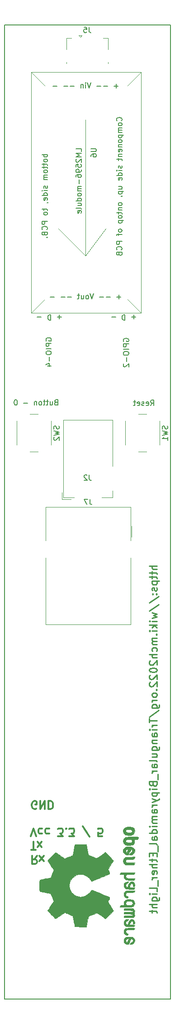
<source format=gbr>
%TF.GenerationSoftware,KiCad,Pcbnew,6.0.6-3a73a75311~116~ubuntu20.04.1*%
%TF.CreationDate,2022-07-20T09:27:06+02:00*%
%TF.ProjectId,MCH-light,4d43482d-6c69-4676-9874-2e6b69636164,rev?*%
%TF.SameCoordinates,Original*%
%TF.FileFunction,Legend,Bot*%
%TF.FilePolarity,Positive*%
%FSLAX46Y46*%
G04 Gerber Fmt 4.6, Leading zero omitted, Abs format (unit mm)*
G04 Created by KiCad (PCBNEW 6.0.6-3a73a75311~116~ubuntu20.04.1) date 2022-07-20 09:27:06*
%MOMM*%
%LPD*%
G01*
G04 APERTURE LIST*
%ADD10C,0.150000*%
%ADD11C,0.200000*%
%ADD12C,0.300000*%
%ADD13C,0.270000*%
%ADD14C,0.010000*%
%ADD15C,0.120000*%
G04 APERTURE END LIST*
D10*
X136600000Y-76504761D02*
X136552380Y-76409523D01*
X136552380Y-76266666D01*
X136600000Y-76123809D01*
X136695238Y-76028571D01*
X136790476Y-75980952D01*
X136980952Y-75933333D01*
X137123809Y-75933333D01*
X137314285Y-75980952D01*
X137409523Y-76028571D01*
X137504761Y-76123809D01*
X137552380Y-76266666D01*
X137552380Y-76361904D01*
X137504761Y-76504761D01*
X137457142Y-76552380D01*
X137123809Y-76552380D01*
X137123809Y-76361904D01*
X137552380Y-76980952D02*
X136552380Y-76980952D01*
X136552380Y-77361904D01*
X136600000Y-77457142D01*
X136647619Y-77504761D01*
X136742857Y-77552380D01*
X136885714Y-77552380D01*
X136980952Y-77504761D01*
X137028571Y-77457142D01*
X137076190Y-77361904D01*
X137076190Y-76980952D01*
X137552380Y-77980952D02*
X136552380Y-77980952D01*
X136552380Y-78647619D02*
X136552380Y-78838095D01*
X136600000Y-78933333D01*
X136695238Y-79028571D01*
X136885714Y-79076190D01*
X137219047Y-79076190D01*
X137409523Y-79028571D01*
X137504761Y-78933333D01*
X137552380Y-78838095D01*
X137552380Y-78647619D01*
X137504761Y-78552380D01*
X137409523Y-78457142D01*
X137219047Y-78409523D01*
X136885714Y-78409523D01*
X136695238Y-78457142D01*
X136600000Y-78552380D01*
X136552380Y-78647619D01*
X137171428Y-79504761D02*
X137171428Y-80266666D01*
X136647619Y-80695238D02*
X136600000Y-80742857D01*
X136552380Y-80838095D01*
X136552380Y-81076190D01*
X136600000Y-81171428D01*
X136647619Y-81219047D01*
X136742857Y-81266666D01*
X136838095Y-81266666D01*
X136980952Y-81219047D01*
X137552380Y-80647619D01*
X137552380Y-81266666D01*
X138861904Y-71928571D02*
X138100000Y-71928571D01*
X138480952Y-71547619D02*
X138480952Y-72309523D01*
X136861904Y-71547619D02*
X136861904Y-72547619D01*
X136623809Y-72547619D01*
X136480952Y-72500000D01*
X136385714Y-72404761D01*
X136338095Y-72309523D01*
X136290476Y-72119047D01*
X136290476Y-71976190D01*
X136338095Y-71785714D01*
X136385714Y-71690476D01*
X136480952Y-71595238D01*
X136623809Y-71547619D01*
X136861904Y-71547619D01*
X135100000Y-71928571D02*
X134338095Y-71928571D01*
X124961904Y-71928571D02*
X124200000Y-71928571D01*
X124580952Y-71547619D02*
X124580952Y-72309523D01*
X122961904Y-71547619D02*
X122961904Y-72547619D01*
X122723809Y-72547619D01*
X122580952Y-72500000D01*
X122485714Y-72404761D01*
X122438095Y-72309523D01*
X122390476Y-72119047D01*
X122390476Y-71976190D01*
X122438095Y-71785714D01*
X122485714Y-71690476D01*
X122580952Y-71595238D01*
X122723809Y-71547619D01*
X122961904Y-71547619D01*
X121200000Y-71928571D02*
X120438095Y-71928571D01*
X122100000Y-76404761D02*
X122052380Y-76309523D01*
X122052380Y-76166666D01*
X122100000Y-76023809D01*
X122195238Y-75928571D01*
X122290476Y-75880952D01*
X122480952Y-75833333D01*
X122623809Y-75833333D01*
X122814285Y-75880952D01*
X122909523Y-75928571D01*
X123004761Y-76023809D01*
X123052380Y-76166666D01*
X123052380Y-76261904D01*
X123004761Y-76404761D01*
X122957142Y-76452380D01*
X122623809Y-76452380D01*
X122623809Y-76261904D01*
X123052380Y-76880952D02*
X122052380Y-76880952D01*
X122052380Y-77261904D01*
X122100000Y-77357142D01*
X122147619Y-77404761D01*
X122242857Y-77452380D01*
X122385714Y-77452380D01*
X122480952Y-77404761D01*
X122528571Y-77357142D01*
X122576190Y-77261904D01*
X122576190Y-76880952D01*
X123052380Y-77880952D02*
X122052380Y-77880952D01*
X122052380Y-78547619D02*
X122052380Y-78738095D01*
X122100000Y-78833333D01*
X122195238Y-78928571D01*
X122385714Y-78976190D01*
X122719047Y-78976190D01*
X122909523Y-78928571D01*
X123004761Y-78833333D01*
X123052380Y-78738095D01*
X123052380Y-78547619D01*
X123004761Y-78452380D01*
X122909523Y-78357142D01*
X122719047Y-78309523D01*
X122385714Y-78309523D01*
X122195238Y-78357142D01*
X122100000Y-78452380D01*
X122052380Y-78547619D01*
X122671428Y-79404761D02*
X122671428Y-80166666D01*
X122385714Y-81071428D02*
X123052380Y-81071428D01*
X122004761Y-80833333D02*
X122719047Y-80595238D01*
X122719047Y-81214285D01*
D11*
X114336000Y-17395017D02*
X145336000Y-17395017D01*
X145336000Y-17395017D02*
X145336000Y-199295017D01*
X145336000Y-199295017D02*
X114336000Y-199295017D01*
X114336000Y-199295017D02*
X114336000Y-17395017D01*
D12*
X120357142Y-172521428D02*
X119857142Y-173235714D01*
X119500000Y-172521428D02*
X119500000Y-174021428D01*
X120071428Y-174021428D01*
X120214285Y-173950000D01*
X120285714Y-173878571D01*
X120357142Y-173735714D01*
X120357142Y-173521428D01*
X120285714Y-173378571D01*
X120214285Y-173307142D01*
X120071428Y-173235714D01*
X119500000Y-173235714D01*
X120857142Y-172521428D02*
X121642857Y-173521428D01*
X120857142Y-173521428D02*
X121642857Y-172521428D01*
D13*
X142833333Y-118400000D02*
X141433333Y-118400000D01*
X142833333Y-119000000D02*
X142100000Y-119000000D01*
X141966666Y-118933333D01*
X141900000Y-118800000D01*
X141900000Y-118600000D01*
X141966666Y-118466666D01*
X142033333Y-118400000D01*
X141900000Y-119466666D02*
X141900000Y-120000000D01*
X141433333Y-119666666D02*
X142633333Y-119666666D01*
X142766666Y-119733333D01*
X142833333Y-119866666D01*
X142833333Y-120000000D01*
X141900000Y-120266666D02*
X141900000Y-120800000D01*
X141433333Y-120466666D02*
X142633333Y-120466666D01*
X142766666Y-120533333D01*
X142833333Y-120666666D01*
X142833333Y-120800000D01*
X141900000Y-121266666D02*
X143300000Y-121266666D01*
X141966666Y-121266666D02*
X141900000Y-121400000D01*
X141900000Y-121666666D01*
X141966666Y-121800000D01*
X142033333Y-121866666D01*
X142166666Y-121933333D01*
X142566666Y-121933333D01*
X142700000Y-121866666D01*
X142766666Y-121800000D01*
X142833333Y-121666666D01*
X142833333Y-121400000D01*
X142766666Y-121266666D01*
X142766666Y-122466666D02*
X142833333Y-122600000D01*
X142833333Y-122866666D01*
X142766666Y-123000000D01*
X142633333Y-123066666D01*
X142566666Y-123066666D01*
X142433333Y-123000000D01*
X142366666Y-122866666D01*
X142366666Y-122666666D01*
X142300000Y-122533333D01*
X142166666Y-122466666D01*
X142100000Y-122466666D01*
X141966666Y-122533333D01*
X141900000Y-122666666D01*
X141900000Y-122866666D01*
X141966666Y-123000000D01*
X142700000Y-123666666D02*
X142766666Y-123733333D01*
X142833333Y-123666666D01*
X142766666Y-123600000D01*
X142700000Y-123666666D01*
X142833333Y-123666666D01*
X141966666Y-123666666D02*
X142033333Y-123733333D01*
X142100000Y-123666666D01*
X142033333Y-123600000D01*
X141966666Y-123666666D01*
X142100000Y-123666666D01*
X141366666Y-125333333D02*
X143166666Y-124133333D01*
X141366666Y-126800000D02*
X143166666Y-125600000D01*
X141900000Y-127133333D02*
X142833333Y-127400000D01*
X142166666Y-127666666D01*
X142833333Y-127933333D01*
X141900000Y-128200000D01*
X142833333Y-128733333D02*
X141900000Y-128733333D01*
X141433333Y-128733333D02*
X141500000Y-128666666D01*
X141566666Y-128733333D01*
X141500000Y-128800000D01*
X141433333Y-128733333D01*
X141566666Y-128733333D01*
X142833333Y-129400000D02*
X141433333Y-129400000D01*
X142300000Y-129533333D02*
X142833333Y-129933333D01*
X141900000Y-129933333D02*
X142433333Y-129400000D01*
X142833333Y-130533333D02*
X141900000Y-130533333D01*
X141433333Y-130533333D02*
X141500000Y-130466666D01*
X141566666Y-130533333D01*
X141500000Y-130600000D01*
X141433333Y-130533333D01*
X141566666Y-130533333D01*
X142700000Y-131200000D02*
X142766666Y-131266666D01*
X142833333Y-131200000D01*
X142766666Y-131133333D01*
X142700000Y-131200000D01*
X142833333Y-131200000D01*
X142833333Y-131866666D02*
X141900000Y-131866666D01*
X142033333Y-131866666D02*
X141966666Y-131933333D01*
X141900000Y-132066666D01*
X141900000Y-132266666D01*
X141966666Y-132400000D01*
X142100000Y-132466666D01*
X142833333Y-132466666D01*
X142100000Y-132466666D02*
X141966666Y-132533333D01*
X141900000Y-132666666D01*
X141900000Y-132866666D01*
X141966666Y-133000000D01*
X142100000Y-133066666D01*
X142833333Y-133066666D01*
X142766666Y-134333333D02*
X142833333Y-134200000D01*
X142833333Y-133933333D01*
X142766666Y-133800000D01*
X142700000Y-133733333D01*
X142566666Y-133666666D01*
X142166666Y-133666666D01*
X142033333Y-133733333D01*
X141966666Y-133800000D01*
X141900000Y-133933333D01*
X141900000Y-134200000D01*
X141966666Y-134333333D01*
X142833333Y-134933333D02*
X141433333Y-134933333D01*
X142833333Y-135533333D02*
X142100000Y-135533333D01*
X141966666Y-135466666D01*
X141900000Y-135333333D01*
X141900000Y-135133333D01*
X141966666Y-135000000D01*
X142033333Y-134933333D01*
X141566666Y-136133333D02*
X141500000Y-136200000D01*
X141433333Y-136333333D01*
X141433333Y-136666666D01*
X141500000Y-136800000D01*
X141566666Y-136866666D01*
X141700000Y-136933333D01*
X141833333Y-136933333D01*
X142033333Y-136866666D01*
X142833333Y-136066666D01*
X142833333Y-136933333D01*
X141433333Y-137800000D02*
X141433333Y-137933333D01*
X141500000Y-138066666D01*
X141566666Y-138133333D01*
X141700000Y-138200000D01*
X141966666Y-138266666D01*
X142300000Y-138266666D01*
X142566666Y-138200000D01*
X142700000Y-138133333D01*
X142766666Y-138066666D01*
X142833333Y-137933333D01*
X142833333Y-137800000D01*
X142766666Y-137666666D01*
X142700000Y-137600000D01*
X142566666Y-137533333D01*
X142300000Y-137466666D01*
X141966666Y-137466666D01*
X141700000Y-137533333D01*
X141566666Y-137600000D01*
X141500000Y-137666666D01*
X141433333Y-137800000D01*
X141566666Y-138800000D02*
X141500000Y-138866666D01*
X141433333Y-139000000D01*
X141433333Y-139333333D01*
X141500000Y-139466666D01*
X141566666Y-139533333D01*
X141700000Y-139600000D01*
X141833333Y-139600000D01*
X142033333Y-139533333D01*
X142833333Y-138733333D01*
X142833333Y-139600000D01*
X141566666Y-140133333D02*
X141500000Y-140200000D01*
X141433333Y-140333333D01*
X141433333Y-140666666D01*
X141500000Y-140800000D01*
X141566666Y-140866666D01*
X141700000Y-140933333D01*
X141833333Y-140933333D01*
X142033333Y-140866666D01*
X142833333Y-140066666D01*
X142833333Y-140933333D01*
X142700000Y-141533333D02*
X142766666Y-141600000D01*
X142833333Y-141533333D01*
X142766666Y-141466666D01*
X142700000Y-141533333D01*
X142833333Y-141533333D01*
X142833333Y-142400000D02*
X142766666Y-142266666D01*
X142700000Y-142200000D01*
X142566666Y-142133333D01*
X142166666Y-142133333D01*
X142033333Y-142200000D01*
X141966666Y-142266666D01*
X141900000Y-142400000D01*
X141900000Y-142600000D01*
X141966666Y-142733333D01*
X142033333Y-142800000D01*
X142166666Y-142866666D01*
X142566666Y-142866666D01*
X142700000Y-142800000D01*
X142766666Y-142733333D01*
X142833333Y-142600000D01*
X142833333Y-142400000D01*
X142833333Y-143466666D02*
X141900000Y-143466666D01*
X142166666Y-143466666D02*
X142033333Y-143533333D01*
X141966666Y-143600000D01*
X141900000Y-143733333D01*
X141900000Y-143866666D01*
X141900000Y-144933333D02*
X143033333Y-144933333D01*
X143166666Y-144866666D01*
X143233333Y-144800000D01*
X143300000Y-144666666D01*
X143300000Y-144466666D01*
X143233333Y-144333333D01*
X142766666Y-144933333D02*
X142833333Y-144800000D01*
X142833333Y-144533333D01*
X142766666Y-144400000D01*
X142700000Y-144333333D01*
X142566666Y-144266666D01*
X142166666Y-144266666D01*
X142033333Y-144333333D01*
X141966666Y-144400000D01*
X141900000Y-144533333D01*
X141900000Y-144800000D01*
X141966666Y-144933333D01*
X141366666Y-146600000D02*
X143166666Y-145400000D01*
X141433333Y-146866666D02*
X141433333Y-147666666D01*
X142833333Y-147266666D02*
X141433333Y-147266666D01*
X142833333Y-148133333D02*
X141900000Y-148133333D01*
X142166666Y-148133333D02*
X142033333Y-148199999D01*
X141966666Y-148266666D01*
X141900000Y-148399999D01*
X141900000Y-148533333D01*
X142833333Y-148999999D02*
X141900000Y-148999999D01*
X141433333Y-148999999D02*
X141500000Y-148933333D01*
X141566666Y-148999999D01*
X141500000Y-149066666D01*
X141433333Y-148999999D01*
X141566666Y-148999999D01*
X142833333Y-150266666D02*
X142100000Y-150266666D01*
X141966666Y-150199999D01*
X141900000Y-150066666D01*
X141900000Y-149799999D01*
X141966666Y-149666666D01*
X142766666Y-150266666D02*
X142833333Y-150133333D01*
X142833333Y-149799999D01*
X142766666Y-149666666D01*
X142633333Y-149599999D01*
X142500000Y-149599999D01*
X142366666Y-149666666D01*
X142300000Y-149799999D01*
X142300000Y-150133333D01*
X142233333Y-150266666D01*
X141900000Y-150933333D02*
X142833333Y-150933333D01*
X142033333Y-150933333D02*
X141966666Y-150999999D01*
X141900000Y-151133333D01*
X141900000Y-151333333D01*
X141966666Y-151466666D01*
X142100000Y-151533333D01*
X142833333Y-151533333D01*
X141900000Y-152799999D02*
X143033333Y-152799999D01*
X143166666Y-152733333D01*
X143233333Y-152666666D01*
X143300000Y-152533333D01*
X143300000Y-152333333D01*
X143233333Y-152199999D01*
X142766666Y-152799999D02*
X142833333Y-152666666D01*
X142833333Y-152399999D01*
X142766666Y-152266666D01*
X142700000Y-152199999D01*
X142566666Y-152133333D01*
X142166666Y-152133333D01*
X142033333Y-152199999D01*
X141966666Y-152266666D01*
X141900000Y-152399999D01*
X141900000Y-152666666D01*
X141966666Y-152799999D01*
X141900000Y-154066666D02*
X142833333Y-154066666D01*
X141900000Y-153466666D02*
X142633333Y-153466666D01*
X142766666Y-153533333D01*
X142833333Y-153666666D01*
X142833333Y-153866666D01*
X142766666Y-153999999D01*
X142700000Y-154066666D01*
X142833333Y-154933333D02*
X142766666Y-154799999D01*
X142633333Y-154733333D01*
X141433333Y-154733333D01*
X142833333Y-156066666D02*
X142100000Y-156066666D01*
X141966666Y-155999999D01*
X141900000Y-155866666D01*
X141900000Y-155599999D01*
X141966666Y-155466666D01*
X142766666Y-156066666D02*
X142833333Y-155933333D01*
X142833333Y-155599999D01*
X142766666Y-155466666D01*
X142633333Y-155399999D01*
X142500000Y-155399999D01*
X142366666Y-155466666D01*
X142300000Y-155599999D01*
X142300000Y-155933333D01*
X142233333Y-156066666D01*
X142833333Y-156733333D02*
X141900000Y-156733333D01*
X142166666Y-156733333D02*
X142033333Y-156799999D01*
X141966666Y-156866666D01*
X141900000Y-156999999D01*
X141900000Y-157133333D01*
X142966666Y-157266666D02*
X142966666Y-158333333D01*
X142100000Y-159133333D02*
X142166666Y-159333333D01*
X142233333Y-159400000D01*
X142366666Y-159466666D01*
X142566666Y-159466666D01*
X142700000Y-159400000D01*
X142766666Y-159333333D01*
X142833333Y-159200000D01*
X142833333Y-158666666D01*
X141433333Y-158666666D01*
X141433333Y-159133333D01*
X141500000Y-159266666D01*
X141566666Y-159333333D01*
X141700000Y-159400000D01*
X141833333Y-159400000D01*
X141966666Y-159333333D01*
X142033333Y-159266666D01*
X142100000Y-159133333D01*
X142100000Y-158666666D01*
X142833333Y-160066666D02*
X141900000Y-160066666D01*
X141433333Y-160066666D02*
X141500000Y-160000000D01*
X141566666Y-160066666D01*
X141500000Y-160133333D01*
X141433333Y-160066666D01*
X141566666Y-160066666D01*
X141900000Y-160733333D02*
X143300000Y-160733333D01*
X141966666Y-160733333D02*
X141900000Y-160866666D01*
X141900000Y-161133333D01*
X141966666Y-161266666D01*
X142033333Y-161333333D01*
X142166666Y-161400000D01*
X142566666Y-161400000D01*
X142700000Y-161333333D01*
X142766666Y-161266666D01*
X142833333Y-161133333D01*
X142833333Y-160866666D01*
X142766666Y-160733333D01*
X141900000Y-161866666D02*
X142833333Y-162200000D01*
X141900000Y-162533333D02*
X142833333Y-162200000D01*
X143166666Y-162066666D01*
X143233333Y-162000000D01*
X143300000Y-161866666D01*
X142833333Y-163066666D02*
X141900000Y-163066666D01*
X142166666Y-163066666D02*
X142033333Y-163133333D01*
X141966666Y-163200000D01*
X141900000Y-163333333D01*
X141900000Y-163466666D01*
X142833333Y-164533333D02*
X142100000Y-164533333D01*
X141966666Y-164466666D01*
X141900000Y-164333333D01*
X141900000Y-164066666D01*
X141966666Y-163933333D01*
X142766666Y-164533333D02*
X142833333Y-164400000D01*
X142833333Y-164066666D01*
X142766666Y-163933333D01*
X142633333Y-163866666D01*
X142500000Y-163866666D01*
X142366666Y-163933333D01*
X142300000Y-164066666D01*
X142300000Y-164400000D01*
X142233333Y-164533333D01*
X142833333Y-165200000D02*
X141900000Y-165200000D01*
X142033333Y-165200000D02*
X141966666Y-165266666D01*
X141900000Y-165400000D01*
X141900000Y-165600000D01*
X141966666Y-165733333D01*
X142100000Y-165800000D01*
X142833333Y-165800000D01*
X142100000Y-165800000D02*
X141966666Y-165866666D01*
X141900000Y-166000000D01*
X141900000Y-166200000D01*
X141966666Y-166333333D01*
X142100000Y-166400000D01*
X142833333Y-166400000D01*
X142833333Y-167066666D02*
X141900000Y-167066666D01*
X141433333Y-167066666D02*
X141500000Y-167000000D01*
X141566666Y-167066666D01*
X141500000Y-167133333D01*
X141433333Y-167066666D01*
X141566666Y-167066666D01*
X142833333Y-168333333D02*
X141433333Y-168333333D01*
X142766666Y-168333333D02*
X142833333Y-168200000D01*
X142833333Y-167933333D01*
X142766666Y-167800000D01*
X142700000Y-167733333D01*
X142566666Y-167666666D01*
X142166666Y-167666666D01*
X142033333Y-167733333D01*
X141966666Y-167800000D01*
X141900000Y-167933333D01*
X141900000Y-168200000D01*
X141966666Y-168333333D01*
X142833333Y-169600000D02*
X142100000Y-169600000D01*
X141966666Y-169533333D01*
X141900000Y-169400000D01*
X141900000Y-169133333D01*
X141966666Y-169000000D01*
X142766666Y-169600000D02*
X142833333Y-169466666D01*
X142833333Y-169133333D01*
X142766666Y-169000000D01*
X142633333Y-168933333D01*
X142500000Y-168933333D01*
X142366666Y-169000000D01*
X142300000Y-169133333D01*
X142300000Y-169466666D01*
X142233333Y-169600000D01*
X142833333Y-170466666D02*
X142766666Y-170333333D01*
X142633333Y-170266666D01*
X141433333Y-170266666D01*
X142966666Y-170666666D02*
X142966666Y-171733333D01*
X142100000Y-172066666D02*
X142100000Y-172533333D01*
X142833333Y-172733333D02*
X142833333Y-172066666D01*
X141433333Y-172066666D01*
X141433333Y-172733333D01*
X141900000Y-173133333D02*
X141900000Y-173666666D01*
X141433333Y-173333333D02*
X142633333Y-173333333D01*
X142766666Y-173400000D01*
X142833333Y-173533333D01*
X142833333Y-173666666D01*
X142833333Y-174133333D02*
X141433333Y-174133333D01*
X142833333Y-174733333D02*
X142100000Y-174733333D01*
X141966666Y-174666666D01*
X141900000Y-174533333D01*
X141900000Y-174333333D01*
X141966666Y-174200000D01*
X142033333Y-174133333D01*
X142766666Y-175933333D02*
X142833333Y-175800000D01*
X142833333Y-175533333D01*
X142766666Y-175400000D01*
X142633333Y-175333333D01*
X142100000Y-175333333D01*
X141966666Y-175400000D01*
X141900000Y-175533333D01*
X141900000Y-175800000D01*
X141966666Y-175933333D01*
X142100000Y-176000000D01*
X142233333Y-176000000D01*
X142366666Y-175333333D01*
X142833333Y-176600000D02*
X141900000Y-176600000D01*
X142166666Y-176600000D02*
X142033333Y-176666666D01*
X141966666Y-176733333D01*
X141900000Y-176866666D01*
X141900000Y-177000000D01*
X142966666Y-177133333D02*
X142966666Y-178200000D01*
X142833333Y-179200000D02*
X142833333Y-178533333D01*
X141433333Y-178533333D01*
X142833333Y-179666666D02*
X141900000Y-179666666D01*
X141433333Y-179666666D02*
X141500000Y-179600000D01*
X141566666Y-179666666D01*
X141500000Y-179733333D01*
X141433333Y-179666666D01*
X141566666Y-179666666D01*
X141900000Y-180933333D02*
X143033333Y-180933333D01*
X143166666Y-180866666D01*
X143233333Y-180800000D01*
X143300000Y-180666666D01*
X143300000Y-180466666D01*
X143233333Y-180333333D01*
X142766666Y-180933333D02*
X142833333Y-180800000D01*
X142833333Y-180533333D01*
X142766666Y-180400000D01*
X142700000Y-180333333D01*
X142566666Y-180266666D01*
X142166666Y-180266666D01*
X142033333Y-180333333D01*
X141966666Y-180400000D01*
X141900000Y-180533333D01*
X141900000Y-180800000D01*
X141966666Y-180933333D01*
X142833333Y-181600000D02*
X141433333Y-181600000D01*
X142833333Y-182200000D02*
X142100000Y-182200000D01*
X141966666Y-182133333D01*
X141900000Y-182000000D01*
X141900000Y-181800000D01*
X141966666Y-181666666D01*
X142033333Y-181600000D01*
X141900000Y-182666666D02*
X141900000Y-183200000D01*
X141433333Y-182866666D02*
X142633333Y-182866666D01*
X142766666Y-182933333D01*
X142833333Y-183066666D01*
X142833333Y-183200000D01*
D12*
X119214285Y-168921428D02*
X119714285Y-167421428D01*
X120214285Y-168921428D01*
X121357142Y-167492857D02*
X121214285Y-167421428D01*
X120928571Y-167421428D01*
X120785714Y-167492857D01*
X120714285Y-167564285D01*
X120642857Y-167707142D01*
X120642857Y-168135714D01*
X120714285Y-168278571D01*
X120785714Y-168350000D01*
X120928571Y-168421428D01*
X121214285Y-168421428D01*
X121357142Y-168350000D01*
X122642857Y-167492857D02*
X122500000Y-167421428D01*
X122214285Y-167421428D01*
X122071428Y-167492857D01*
X122000000Y-167564285D01*
X121928571Y-167707142D01*
X121928571Y-168135714D01*
X122000000Y-168278571D01*
X122071428Y-168350000D01*
X122214285Y-168421428D01*
X122500000Y-168421428D01*
X122642857Y-168350000D01*
X124285714Y-168921428D02*
X125214285Y-168921428D01*
X124714285Y-168350000D01*
X124928571Y-168350000D01*
X125071428Y-168278571D01*
X125142857Y-168207142D01*
X125214285Y-168064285D01*
X125214285Y-167707142D01*
X125142857Y-167564285D01*
X125071428Y-167492857D01*
X124928571Y-167421428D01*
X124500000Y-167421428D01*
X124357142Y-167492857D01*
X124285714Y-167564285D01*
X125857142Y-167564285D02*
X125928571Y-167492857D01*
X125857142Y-167421428D01*
X125785714Y-167492857D01*
X125857142Y-167564285D01*
X125857142Y-167421428D01*
X126428571Y-168921428D02*
X127357142Y-168921428D01*
X126857142Y-168350000D01*
X127071428Y-168350000D01*
X127214285Y-168278571D01*
X127285714Y-168207142D01*
X127357142Y-168064285D01*
X127357142Y-167707142D01*
X127285714Y-167564285D01*
X127214285Y-167492857D01*
X127071428Y-167421428D01*
X126642857Y-167421428D01*
X126500000Y-167492857D01*
X126428571Y-167564285D01*
X130214285Y-168992857D02*
X128928571Y-167064285D01*
X132571428Y-168921428D02*
X131857142Y-168921428D01*
X131785714Y-168207142D01*
X131857142Y-168278571D01*
X132000000Y-168350000D01*
X132357142Y-168350000D01*
X132500000Y-168278571D01*
X132571428Y-168207142D01*
X132642857Y-168064285D01*
X132642857Y-167707142D01*
X132571428Y-167564285D01*
X132500000Y-167492857D01*
X132357142Y-167421428D01*
X132000000Y-167421428D01*
X131857142Y-167492857D01*
X131785714Y-167564285D01*
X119264285Y-171421428D02*
X120121428Y-171421428D01*
X119692857Y-169921428D02*
X119692857Y-171421428D01*
X120478571Y-169921428D02*
X121264285Y-170921428D01*
X120478571Y-170921428D02*
X121264285Y-169921428D01*
X120257142Y-163750000D02*
X120114285Y-163821428D01*
X119900000Y-163821428D01*
X119685714Y-163750000D01*
X119542857Y-163607142D01*
X119471428Y-163464285D01*
X119400000Y-163178571D01*
X119400000Y-162964285D01*
X119471428Y-162678571D01*
X119542857Y-162535714D01*
X119685714Y-162392857D01*
X119900000Y-162321428D01*
X120042857Y-162321428D01*
X120257142Y-162392857D01*
X120328571Y-162464285D01*
X120328571Y-162964285D01*
X120042857Y-162964285D01*
X120971428Y-162321428D02*
X120971428Y-163821428D01*
X121828571Y-162321428D01*
X121828571Y-163821428D01*
X122542857Y-162321428D02*
X122542857Y-163821428D01*
X122900000Y-163821428D01*
X123114285Y-163750000D01*
X123257142Y-163607142D01*
X123328571Y-163464285D01*
X123400000Y-163178571D01*
X123400000Y-162964285D01*
X123328571Y-162678571D01*
X123257142Y-162535714D01*
X123114285Y-162392857D01*
X122900000Y-162321428D01*
X122542857Y-162321428D01*
D10*
%TO.C,J7*%
X130288333Y-105962380D02*
X130288333Y-106676666D01*
X130335952Y-106819523D01*
X130431190Y-106914761D01*
X130574047Y-106962380D01*
X130669285Y-106962380D01*
X129907380Y-105962380D02*
X129240714Y-105962380D01*
X129669285Y-106962380D01*
%TO.C,J2*%
X130169333Y-101443397D02*
X130169333Y-102157683D01*
X130216952Y-102300540D01*
X130312190Y-102395778D01*
X130455047Y-102443397D01*
X130550285Y-102443397D01*
X129740761Y-101538636D02*
X129693142Y-101491017D01*
X129597904Y-101443397D01*
X129359809Y-101443397D01*
X129264571Y-101491017D01*
X129216952Y-101538636D01*
X129169333Y-101633874D01*
X129169333Y-101729112D01*
X129216952Y-101871969D01*
X129788380Y-102443397D01*
X129169333Y-102443397D01*
%TO.C,U6*%
X130492380Y-40504095D02*
X131301904Y-40504095D01*
X131397142Y-40551714D01*
X131444761Y-40599333D01*
X131492380Y-40694571D01*
X131492380Y-40885047D01*
X131444761Y-40980285D01*
X131397142Y-41027904D01*
X131301904Y-41075523D01*
X130492380Y-41075523D01*
X130492380Y-41980285D02*
X130492380Y-41789809D01*
X130540000Y-41694571D01*
X130587619Y-41646952D01*
X130730476Y-41551714D01*
X130920952Y-41504095D01*
X131301904Y-41504095D01*
X131397142Y-41551714D01*
X131444761Y-41599333D01*
X131492380Y-41694571D01*
X131492380Y-41885047D01*
X131444761Y-41980285D01*
X131397142Y-42027904D01*
X131301904Y-42075523D01*
X131063809Y-42075523D01*
X130968571Y-42027904D01*
X130920952Y-41980285D01*
X130873333Y-41885047D01*
X130873333Y-41694571D01*
X130920952Y-41599333D01*
X130968571Y-41551714D01*
X131063809Y-41504095D01*
X136178142Y-35324904D02*
X136225761Y-35277285D01*
X136273380Y-35134428D01*
X136273380Y-35039190D01*
X136225761Y-34896333D01*
X136130523Y-34801095D01*
X136035285Y-34753476D01*
X135844809Y-34705857D01*
X135701952Y-34705857D01*
X135511476Y-34753476D01*
X135416238Y-34801095D01*
X135321000Y-34896333D01*
X135273380Y-35039190D01*
X135273380Y-35134428D01*
X135321000Y-35277285D01*
X135368619Y-35324904D01*
X136273380Y-35896333D02*
X136225761Y-35801095D01*
X136178142Y-35753476D01*
X136082904Y-35705857D01*
X135797190Y-35705857D01*
X135701952Y-35753476D01*
X135654333Y-35801095D01*
X135606714Y-35896333D01*
X135606714Y-36039190D01*
X135654333Y-36134428D01*
X135701952Y-36182047D01*
X135797190Y-36229666D01*
X136082904Y-36229666D01*
X136178142Y-36182047D01*
X136225761Y-36134428D01*
X136273380Y-36039190D01*
X136273380Y-35896333D01*
X136273380Y-36658238D02*
X135606714Y-36658238D01*
X135701952Y-36658238D02*
X135654333Y-36705857D01*
X135606714Y-36801095D01*
X135606714Y-36943952D01*
X135654333Y-37039190D01*
X135749571Y-37086809D01*
X136273380Y-37086809D01*
X135749571Y-37086809D02*
X135654333Y-37134428D01*
X135606714Y-37229666D01*
X135606714Y-37372523D01*
X135654333Y-37467761D01*
X135749571Y-37515380D01*
X136273380Y-37515380D01*
X135606714Y-37991571D02*
X136606714Y-37991571D01*
X135654333Y-37991571D02*
X135606714Y-38086809D01*
X135606714Y-38277285D01*
X135654333Y-38372523D01*
X135701952Y-38420142D01*
X135797190Y-38467761D01*
X136082904Y-38467761D01*
X136178142Y-38420142D01*
X136225761Y-38372523D01*
X136273380Y-38277285D01*
X136273380Y-38086809D01*
X136225761Y-37991571D01*
X136273380Y-39039190D02*
X136225761Y-38943952D01*
X136178142Y-38896333D01*
X136082904Y-38848714D01*
X135797190Y-38848714D01*
X135701952Y-38896333D01*
X135654333Y-38943952D01*
X135606714Y-39039190D01*
X135606714Y-39182047D01*
X135654333Y-39277285D01*
X135701952Y-39324904D01*
X135797190Y-39372523D01*
X136082904Y-39372523D01*
X136178142Y-39324904D01*
X136225761Y-39277285D01*
X136273380Y-39182047D01*
X136273380Y-39039190D01*
X135606714Y-39801095D02*
X136273380Y-39801095D01*
X135701952Y-39801095D02*
X135654333Y-39848714D01*
X135606714Y-39943952D01*
X135606714Y-40086809D01*
X135654333Y-40182047D01*
X135749571Y-40229666D01*
X136273380Y-40229666D01*
X136225761Y-41086809D02*
X136273380Y-40991571D01*
X136273380Y-40801095D01*
X136225761Y-40705857D01*
X136130523Y-40658238D01*
X135749571Y-40658238D01*
X135654333Y-40705857D01*
X135606714Y-40801095D01*
X135606714Y-40991571D01*
X135654333Y-41086809D01*
X135749571Y-41134428D01*
X135844809Y-41134428D01*
X135940047Y-40658238D01*
X135606714Y-41563000D02*
X136273380Y-41563000D01*
X135701952Y-41563000D02*
X135654333Y-41610619D01*
X135606714Y-41705857D01*
X135606714Y-41848714D01*
X135654333Y-41943952D01*
X135749571Y-41991571D01*
X136273380Y-41991571D01*
X135606714Y-42324904D02*
X135606714Y-42705857D01*
X135273380Y-42467761D02*
X136130523Y-42467761D01*
X136225761Y-42515380D01*
X136273380Y-42610619D01*
X136273380Y-42705857D01*
X136225761Y-43753476D02*
X136273380Y-43848714D01*
X136273380Y-44039190D01*
X136225761Y-44134428D01*
X136130523Y-44182047D01*
X136082904Y-44182047D01*
X135987666Y-44134428D01*
X135940047Y-44039190D01*
X135940047Y-43896333D01*
X135892428Y-43801095D01*
X135797190Y-43753476D01*
X135749571Y-43753476D01*
X135654333Y-43801095D01*
X135606714Y-43896333D01*
X135606714Y-44039190D01*
X135654333Y-44134428D01*
X136273380Y-44610619D02*
X135606714Y-44610619D01*
X135273380Y-44610619D02*
X135321000Y-44562999D01*
X135368619Y-44610619D01*
X135321000Y-44658238D01*
X135273380Y-44610619D01*
X135368619Y-44610619D01*
X136273380Y-45515380D02*
X135273380Y-45515380D01*
X136225761Y-45515380D02*
X136273380Y-45420142D01*
X136273380Y-45229666D01*
X136225761Y-45134428D01*
X136178142Y-45086809D01*
X136082904Y-45039190D01*
X135797190Y-45039190D01*
X135701952Y-45086809D01*
X135654333Y-45134428D01*
X135606714Y-45229666D01*
X135606714Y-45420142D01*
X135654333Y-45515380D01*
X136225761Y-46372523D02*
X136273380Y-46277285D01*
X136273380Y-46086809D01*
X136225761Y-45991571D01*
X136130523Y-45943952D01*
X135749571Y-45943952D01*
X135654333Y-45991571D01*
X135606714Y-46086809D01*
X135606714Y-46277285D01*
X135654333Y-46372523D01*
X135749571Y-46420142D01*
X135844809Y-46420142D01*
X135940047Y-45943952D01*
X135606714Y-48039190D02*
X136273380Y-48039190D01*
X135606714Y-47610619D02*
X136130523Y-47610619D01*
X136225761Y-47658238D01*
X136273380Y-47753476D01*
X136273380Y-47896333D01*
X136225761Y-47991571D01*
X136178142Y-48039190D01*
X135606714Y-48515380D02*
X136606714Y-48515380D01*
X135654333Y-48515380D02*
X135606714Y-48610619D01*
X135606714Y-48801095D01*
X135654333Y-48896333D01*
X135701952Y-48943952D01*
X135797190Y-48991571D01*
X136082904Y-48991571D01*
X136178142Y-48943952D01*
X136225761Y-48896333D01*
X136273380Y-48801095D01*
X136273380Y-48610619D01*
X136225761Y-48515380D01*
X136178142Y-49420142D02*
X136225761Y-49467761D01*
X136273380Y-49420142D01*
X136225761Y-49372523D01*
X136178142Y-49420142D01*
X136273380Y-49420142D01*
X136273380Y-50801095D02*
X136225761Y-50705857D01*
X136178142Y-50658238D01*
X136082904Y-50610619D01*
X135797190Y-50610619D01*
X135701952Y-50658238D01*
X135654333Y-50705857D01*
X135606714Y-50801095D01*
X135606714Y-50943952D01*
X135654333Y-51039190D01*
X135701952Y-51086809D01*
X135797190Y-51134428D01*
X136082904Y-51134428D01*
X136178142Y-51086809D01*
X136225761Y-51039190D01*
X136273380Y-50943952D01*
X136273380Y-50801095D01*
X135606714Y-51562999D02*
X136273380Y-51562999D01*
X135701952Y-51562999D02*
X135654333Y-51610619D01*
X135606714Y-51705857D01*
X135606714Y-51848714D01*
X135654333Y-51943952D01*
X135749571Y-51991571D01*
X136273380Y-51991571D01*
X135606714Y-52324904D02*
X135606714Y-52705857D01*
X135273380Y-52467761D02*
X136130523Y-52467761D01*
X136225761Y-52515380D01*
X136273380Y-52610619D01*
X136273380Y-52705857D01*
X136273380Y-53182047D02*
X136225761Y-53086809D01*
X136178142Y-53039190D01*
X136082904Y-52991571D01*
X135797190Y-52991571D01*
X135701952Y-53039190D01*
X135654333Y-53086809D01*
X135606714Y-53182047D01*
X135606714Y-53324904D01*
X135654333Y-53420142D01*
X135701952Y-53467761D01*
X135797190Y-53515380D01*
X136082904Y-53515380D01*
X136178142Y-53467761D01*
X136225761Y-53420142D01*
X136273380Y-53324904D01*
X136273380Y-53182047D01*
X135606714Y-53943952D02*
X136606714Y-53943952D01*
X135654333Y-53943952D02*
X135606714Y-54039190D01*
X135606714Y-54229666D01*
X135654333Y-54324904D01*
X135701952Y-54372523D01*
X135797190Y-54420142D01*
X136082904Y-54420142D01*
X136178142Y-54372523D01*
X136225761Y-54324904D01*
X136273380Y-54229666D01*
X136273380Y-54039190D01*
X136225761Y-53943952D01*
X136273380Y-55753476D02*
X136225761Y-55658238D01*
X136178142Y-55610619D01*
X136082904Y-55562999D01*
X135797190Y-55562999D01*
X135701952Y-55610619D01*
X135654333Y-55658238D01*
X135606714Y-55753476D01*
X135606714Y-55896333D01*
X135654333Y-55991571D01*
X135701952Y-56039190D01*
X135797190Y-56086809D01*
X136082904Y-56086809D01*
X136178142Y-56039190D01*
X136225761Y-55991571D01*
X136273380Y-55896333D01*
X136273380Y-55753476D01*
X135606714Y-56372523D02*
X135606714Y-56753476D01*
X136273380Y-56515380D02*
X135416238Y-56515380D01*
X135321000Y-56562999D01*
X135273380Y-56658238D01*
X135273380Y-56753476D01*
X136273380Y-57848714D02*
X135273380Y-57848714D01*
X135273380Y-58229666D01*
X135321000Y-58324904D01*
X135368619Y-58372523D01*
X135463857Y-58420142D01*
X135606714Y-58420142D01*
X135701952Y-58372523D01*
X135749571Y-58324904D01*
X135797190Y-58229666D01*
X135797190Y-57848714D01*
X136178142Y-59420142D02*
X136225761Y-59372523D01*
X136273380Y-59229666D01*
X136273380Y-59134428D01*
X136225761Y-58991571D01*
X136130523Y-58896333D01*
X136035285Y-58848714D01*
X135844809Y-58801095D01*
X135701952Y-58801095D01*
X135511476Y-58848714D01*
X135416238Y-58896333D01*
X135321000Y-58991571D01*
X135273380Y-59134428D01*
X135273380Y-59229666D01*
X135321000Y-59372523D01*
X135368619Y-59420142D01*
X135749571Y-60182047D02*
X135797190Y-60324904D01*
X135844809Y-60372523D01*
X135940047Y-60420142D01*
X136082904Y-60420142D01*
X136178142Y-60372523D01*
X136225761Y-60324904D01*
X136273380Y-60229666D01*
X136273380Y-59848714D01*
X135273380Y-59848714D01*
X135273380Y-60182047D01*
X135321000Y-60277285D01*
X135368619Y-60324904D01*
X135463857Y-60372523D01*
X135559095Y-60372523D01*
X135654333Y-60324904D01*
X135701952Y-60277285D01*
X135749571Y-60182047D01*
X135749571Y-59848714D01*
X136090047Y-68208428D02*
X135328142Y-68208428D01*
X135709095Y-68589380D02*
X135709095Y-67827476D01*
X134090047Y-68208428D02*
X133328142Y-68208428D01*
X132851952Y-68208428D02*
X132090047Y-68208428D01*
X130994809Y-67589380D02*
X130661476Y-68589380D01*
X130328142Y-67589380D01*
X129851952Y-68589380D02*
X129947190Y-68541761D01*
X129994809Y-68494142D01*
X130042428Y-68398904D01*
X130042428Y-68113190D01*
X129994809Y-68017952D01*
X129947190Y-67970333D01*
X129851952Y-67922714D01*
X129709095Y-67922714D01*
X129613857Y-67970333D01*
X129566238Y-68017952D01*
X129518619Y-68113190D01*
X129518619Y-68398904D01*
X129566238Y-68494142D01*
X129613857Y-68541761D01*
X129709095Y-68589380D01*
X129851952Y-68589380D01*
X128661476Y-67922714D02*
X128661476Y-68589380D01*
X129090047Y-67922714D02*
X129090047Y-68446523D01*
X129042428Y-68541761D01*
X128947190Y-68589380D01*
X128804333Y-68589380D01*
X128709095Y-68541761D01*
X128661476Y-68494142D01*
X128328142Y-67922714D02*
X127947190Y-67922714D01*
X128185285Y-67589380D02*
X128185285Y-68446523D01*
X128137666Y-68541761D01*
X128042428Y-68589380D01*
X127947190Y-68589380D01*
X126851952Y-68208428D02*
X126090047Y-68208428D01*
X125613857Y-68208428D02*
X124851952Y-68208428D01*
X123613857Y-68208428D02*
X122851952Y-68208428D01*
X122303380Y-41602904D02*
X121303380Y-41602904D01*
X121684333Y-41602904D02*
X121636714Y-41698142D01*
X121636714Y-41888619D01*
X121684333Y-41983857D01*
X121731952Y-42031476D01*
X121827190Y-42079095D01*
X122112904Y-42079095D01*
X122208142Y-42031476D01*
X122255761Y-41983857D01*
X122303380Y-41888619D01*
X122303380Y-41698142D01*
X122255761Y-41602904D01*
X122303380Y-42650523D02*
X122255761Y-42555285D01*
X122208142Y-42507666D01*
X122112904Y-42460047D01*
X121827190Y-42460047D01*
X121731952Y-42507666D01*
X121684333Y-42555285D01*
X121636714Y-42650523D01*
X121636714Y-42793380D01*
X121684333Y-42888619D01*
X121731952Y-42936238D01*
X121827190Y-42983857D01*
X122112904Y-42983857D01*
X122208142Y-42936238D01*
X122255761Y-42888619D01*
X122303380Y-42793380D01*
X122303380Y-42650523D01*
X121636714Y-43269571D02*
X121636714Y-43650523D01*
X121303380Y-43412428D02*
X122160523Y-43412428D01*
X122255761Y-43460047D01*
X122303380Y-43555285D01*
X122303380Y-43650523D01*
X121636714Y-43841000D02*
X121636714Y-44221952D01*
X121303380Y-43983857D02*
X122160523Y-43983857D01*
X122255761Y-44031476D01*
X122303380Y-44126714D01*
X122303380Y-44221952D01*
X122303380Y-44698142D02*
X122255761Y-44602904D01*
X122208142Y-44555285D01*
X122112904Y-44507666D01*
X121827190Y-44507666D01*
X121731952Y-44555285D01*
X121684333Y-44602904D01*
X121636714Y-44698142D01*
X121636714Y-44841000D01*
X121684333Y-44936238D01*
X121731952Y-44983857D01*
X121827190Y-45031476D01*
X122112904Y-45031476D01*
X122208142Y-44983857D01*
X122255761Y-44936238D01*
X122303380Y-44841000D01*
X122303380Y-44698142D01*
X122303380Y-45460047D02*
X121636714Y-45460047D01*
X121731952Y-45460047D02*
X121684333Y-45507666D01*
X121636714Y-45602904D01*
X121636714Y-45745761D01*
X121684333Y-45841000D01*
X121779571Y-45888619D01*
X122303380Y-45888619D01*
X121779571Y-45888619D02*
X121684333Y-45936238D01*
X121636714Y-46031476D01*
X121636714Y-46174333D01*
X121684333Y-46269571D01*
X121779571Y-46317190D01*
X122303380Y-46317190D01*
X122255761Y-47507666D02*
X122303380Y-47602904D01*
X122303380Y-47793380D01*
X122255761Y-47888619D01*
X122160523Y-47936238D01*
X122112904Y-47936238D01*
X122017666Y-47888619D01*
X121970047Y-47793380D01*
X121970047Y-47650523D01*
X121922428Y-47555285D01*
X121827190Y-47507666D01*
X121779571Y-47507666D01*
X121684333Y-47555285D01*
X121636714Y-47650523D01*
X121636714Y-47793380D01*
X121684333Y-47888619D01*
X122303380Y-48364809D02*
X121636714Y-48364809D01*
X121303380Y-48364809D02*
X121351000Y-48317190D01*
X121398619Y-48364809D01*
X121351000Y-48412428D01*
X121303380Y-48364809D01*
X121398619Y-48364809D01*
X122303380Y-49269571D02*
X121303380Y-49269571D01*
X122255761Y-49269571D02*
X122303380Y-49174333D01*
X122303380Y-48983857D01*
X122255761Y-48888619D01*
X122208142Y-48841000D01*
X122112904Y-48793380D01*
X121827190Y-48793380D01*
X121731952Y-48841000D01*
X121684333Y-48888619D01*
X121636714Y-48983857D01*
X121636714Y-49174333D01*
X121684333Y-49269571D01*
X122255761Y-50126714D02*
X122303380Y-50031476D01*
X122303380Y-49841000D01*
X122255761Y-49745761D01*
X122160523Y-49698142D01*
X121779571Y-49698142D01*
X121684333Y-49745761D01*
X121636714Y-49841000D01*
X121636714Y-50031476D01*
X121684333Y-50126714D01*
X121779571Y-50174333D01*
X121874809Y-50174333D01*
X121970047Y-49698142D01*
X122255761Y-50650523D02*
X122303380Y-50650523D01*
X122398619Y-50602904D01*
X122446238Y-50555285D01*
X121636714Y-51698142D02*
X121636714Y-52079095D01*
X121303380Y-51841000D02*
X122160523Y-51841000D01*
X122255761Y-51888619D01*
X122303380Y-51983857D01*
X122303380Y-52079095D01*
X122303380Y-52555285D02*
X122255761Y-52460047D01*
X122208142Y-52412428D01*
X122112904Y-52364809D01*
X121827190Y-52364809D01*
X121731952Y-52412428D01*
X121684333Y-52460047D01*
X121636714Y-52555285D01*
X121636714Y-52698142D01*
X121684333Y-52793380D01*
X121731952Y-52841000D01*
X121827190Y-52888619D01*
X122112904Y-52888619D01*
X122208142Y-52841000D01*
X122255761Y-52793380D01*
X122303380Y-52698142D01*
X122303380Y-52555285D01*
X122303380Y-54079095D02*
X121303380Y-54079095D01*
X121303380Y-54460047D01*
X121351000Y-54555285D01*
X121398619Y-54602904D01*
X121493857Y-54650523D01*
X121636714Y-54650523D01*
X121731952Y-54602904D01*
X121779571Y-54555285D01*
X121827190Y-54460047D01*
X121827190Y-54079095D01*
X122208142Y-55650523D02*
X122255761Y-55602904D01*
X122303380Y-55460047D01*
X122303380Y-55364809D01*
X122255761Y-55221952D01*
X122160523Y-55126714D01*
X122065285Y-55079095D01*
X121874809Y-55031476D01*
X121731952Y-55031476D01*
X121541476Y-55079095D01*
X121446238Y-55126714D01*
X121351000Y-55221952D01*
X121303380Y-55364809D01*
X121303380Y-55460047D01*
X121351000Y-55602904D01*
X121398619Y-55650523D01*
X121779571Y-56412428D02*
X121827190Y-56555285D01*
X121874809Y-56602904D01*
X121970047Y-56650523D01*
X122112904Y-56650523D01*
X122208142Y-56602904D01*
X122255761Y-56555285D01*
X122303380Y-56460047D01*
X122303380Y-56079095D01*
X121303380Y-56079095D01*
X121303380Y-56412428D01*
X121351000Y-56507666D01*
X121398619Y-56555285D01*
X121493857Y-56602904D01*
X121589095Y-56602904D01*
X121684333Y-56555285D01*
X121731952Y-56507666D01*
X121779571Y-56412428D01*
X121779571Y-56079095D01*
X122208142Y-57079095D02*
X122255761Y-57126714D01*
X122303380Y-57079095D01*
X122255761Y-57031476D01*
X122208142Y-57079095D01*
X122303380Y-57079095D01*
X135590047Y-28838428D02*
X134828142Y-28838428D01*
X135209095Y-29219380D02*
X135209095Y-28457476D01*
X133590047Y-28838428D02*
X132828142Y-28838428D01*
X132351952Y-28838428D02*
X131590047Y-28838428D01*
X130494809Y-28219380D02*
X130161476Y-29219380D01*
X129828142Y-28219380D01*
X129494809Y-29219380D02*
X129494809Y-28552714D01*
X129494809Y-28219380D02*
X129542428Y-28267000D01*
X129494809Y-28314619D01*
X129447190Y-28267000D01*
X129494809Y-28219380D01*
X129494809Y-28314619D01*
X129018619Y-28552714D02*
X129018619Y-29219380D01*
X129018619Y-28647952D02*
X128971000Y-28600333D01*
X128875761Y-28552714D01*
X128732904Y-28552714D01*
X128637666Y-28600333D01*
X128590047Y-28695571D01*
X128590047Y-29219380D01*
X127351952Y-28838428D02*
X126590047Y-28838428D01*
X126113857Y-28838428D02*
X125351952Y-28838428D01*
X124113857Y-28838428D02*
X123351952Y-28838428D01*
X128653380Y-41047000D02*
X128653380Y-40570809D01*
X127653380Y-40570809D01*
X128653380Y-41380333D02*
X127653380Y-41380333D01*
X128367666Y-41713666D01*
X127653380Y-42047000D01*
X128653380Y-42047000D01*
X127748619Y-42475571D02*
X127701000Y-42523190D01*
X127653380Y-42618428D01*
X127653380Y-42856523D01*
X127701000Y-42951761D01*
X127748619Y-42999380D01*
X127843857Y-43047000D01*
X127939095Y-43047000D01*
X128081952Y-42999380D01*
X128653380Y-42427952D01*
X128653380Y-43047000D01*
X127653380Y-43951761D02*
X127653380Y-43475571D01*
X128129571Y-43427952D01*
X128081952Y-43475571D01*
X128034333Y-43570809D01*
X128034333Y-43808904D01*
X128081952Y-43904142D01*
X128129571Y-43951761D01*
X128224809Y-43999380D01*
X128462904Y-43999380D01*
X128558142Y-43951761D01*
X128605761Y-43904142D01*
X128653380Y-43808904D01*
X128653380Y-43570809D01*
X128605761Y-43475571D01*
X128558142Y-43427952D01*
X128653380Y-44475571D02*
X128653380Y-44666047D01*
X128605761Y-44761285D01*
X128558142Y-44808904D01*
X128415285Y-44904142D01*
X128224809Y-44951761D01*
X127843857Y-44951761D01*
X127748619Y-44904142D01*
X127701000Y-44856523D01*
X127653380Y-44761285D01*
X127653380Y-44570809D01*
X127701000Y-44475571D01*
X127748619Y-44427952D01*
X127843857Y-44380333D01*
X128081952Y-44380333D01*
X128177190Y-44427952D01*
X128224809Y-44475571D01*
X128272428Y-44570809D01*
X128272428Y-44761285D01*
X128224809Y-44856523D01*
X128177190Y-44904142D01*
X128081952Y-44951761D01*
X127653380Y-45808904D02*
X127653380Y-45618428D01*
X127701000Y-45523190D01*
X127748619Y-45475571D01*
X127891476Y-45380333D01*
X128081952Y-45332714D01*
X128462904Y-45332714D01*
X128558142Y-45380333D01*
X128605761Y-45427952D01*
X128653380Y-45523190D01*
X128653380Y-45713666D01*
X128605761Y-45808904D01*
X128558142Y-45856523D01*
X128462904Y-45904142D01*
X128224809Y-45904142D01*
X128129571Y-45856523D01*
X128081952Y-45808904D01*
X128034333Y-45713666D01*
X128034333Y-45523190D01*
X128081952Y-45427952D01*
X128129571Y-45380333D01*
X128224809Y-45332714D01*
X128272428Y-46332714D02*
X128272428Y-47094619D01*
X128653380Y-47570809D02*
X127986714Y-47570809D01*
X128081952Y-47570809D02*
X128034333Y-47618428D01*
X127986714Y-47713666D01*
X127986714Y-47856523D01*
X128034333Y-47951761D01*
X128129571Y-47999380D01*
X128653380Y-47999380D01*
X128129571Y-47999380D02*
X128034333Y-48047000D01*
X127986714Y-48142238D01*
X127986714Y-48285095D01*
X128034333Y-48380333D01*
X128129571Y-48427952D01*
X128653380Y-48427952D01*
X128653380Y-49047000D02*
X128605761Y-48951761D01*
X128558142Y-48904142D01*
X128462904Y-48856523D01*
X128177190Y-48856523D01*
X128081952Y-48904142D01*
X128034333Y-48951761D01*
X127986714Y-49047000D01*
X127986714Y-49189857D01*
X128034333Y-49285095D01*
X128081952Y-49332714D01*
X128177190Y-49380333D01*
X128462904Y-49380333D01*
X128558142Y-49332714D01*
X128605761Y-49285095D01*
X128653380Y-49189857D01*
X128653380Y-49047000D01*
X128653380Y-50237476D02*
X127653380Y-50237476D01*
X128605761Y-50237476D02*
X128653380Y-50142238D01*
X128653380Y-49951761D01*
X128605761Y-49856523D01*
X128558142Y-49808904D01*
X128462904Y-49761285D01*
X128177190Y-49761285D01*
X128081952Y-49808904D01*
X128034333Y-49856523D01*
X127986714Y-49951761D01*
X127986714Y-50142238D01*
X128034333Y-50237476D01*
X127986714Y-51142238D02*
X128653380Y-51142238D01*
X127986714Y-50713666D02*
X128510523Y-50713666D01*
X128605761Y-50761285D01*
X128653380Y-50856523D01*
X128653380Y-50999380D01*
X128605761Y-51094619D01*
X128558142Y-51142238D01*
X128653380Y-51761285D02*
X128605761Y-51666047D01*
X128510523Y-51618428D01*
X127653380Y-51618428D01*
X128605761Y-52523190D02*
X128653380Y-52427952D01*
X128653380Y-52237476D01*
X128605761Y-52142238D01*
X128510523Y-52094619D01*
X128129571Y-52094619D01*
X128034333Y-52142238D01*
X127986714Y-52237476D01*
X127986714Y-52427952D01*
X128034333Y-52523190D01*
X128129571Y-52570809D01*
X128224809Y-52570809D01*
X128320047Y-52094619D01*
%TO.C,SW1*%
X144778761Y-92279683D02*
X144826380Y-92422540D01*
X144826380Y-92660636D01*
X144778761Y-92755874D01*
X144731142Y-92803493D01*
X144635904Y-92851112D01*
X144540666Y-92851112D01*
X144445428Y-92803493D01*
X144397809Y-92755874D01*
X144350190Y-92660636D01*
X144302571Y-92470159D01*
X144254952Y-92374921D01*
X144207333Y-92327302D01*
X144112095Y-92279683D01*
X144016857Y-92279683D01*
X143921619Y-92327302D01*
X143874000Y-92374921D01*
X143826380Y-92470159D01*
X143826380Y-92708255D01*
X143874000Y-92851112D01*
X143826380Y-93184445D02*
X144826380Y-93422540D01*
X144112095Y-93613017D01*
X144826380Y-93803493D01*
X143826380Y-94041588D01*
X144826380Y-94946350D02*
X144826380Y-94374921D01*
X144826380Y-94660636D02*
X143826380Y-94660636D01*
X143969238Y-94565397D01*
X144064476Y-94470159D01*
X144112095Y-94374921D01*
X141651112Y-88478380D02*
X141984445Y-88002190D01*
X142222540Y-88478380D02*
X142222540Y-87478380D01*
X141841588Y-87478380D01*
X141746350Y-87526000D01*
X141698731Y-87573619D01*
X141651112Y-87668857D01*
X141651112Y-87811714D01*
X141698731Y-87906952D01*
X141746350Y-87954571D01*
X141841588Y-88002190D01*
X142222540Y-88002190D01*
X140841588Y-88430761D02*
X140936826Y-88478380D01*
X141127302Y-88478380D01*
X141222540Y-88430761D01*
X141270159Y-88335523D01*
X141270159Y-87954571D01*
X141222540Y-87859333D01*
X141127302Y-87811714D01*
X140936826Y-87811714D01*
X140841588Y-87859333D01*
X140793969Y-87954571D01*
X140793969Y-88049809D01*
X141270159Y-88145047D01*
X140413017Y-88430761D02*
X140317778Y-88478380D01*
X140127302Y-88478380D01*
X140032064Y-88430761D01*
X139984445Y-88335523D01*
X139984445Y-88287904D01*
X140032064Y-88192666D01*
X140127302Y-88145047D01*
X140270159Y-88145047D01*
X140365397Y-88097428D01*
X140413017Y-88002190D01*
X140413017Y-87954571D01*
X140365397Y-87859333D01*
X140270159Y-87811714D01*
X140127302Y-87811714D01*
X140032064Y-87859333D01*
X139174921Y-88430761D02*
X139270159Y-88478380D01*
X139460636Y-88478380D01*
X139555874Y-88430761D01*
X139603493Y-88335523D01*
X139603493Y-87954571D01*
X139555874Y-87859333D01*
X139460636Y-87811714D01*
X139270159Y-87811714D01*
X139174921Y-87859333D01*
X139127302Y-87954571D01*
X139127302Y-88049809D01*
X139603493Y-88145047D01*
X138841588Y-87811714D02*
X138460636Y-87811714D01*
X138698731Y-87478380D02*
X138698731Y-88335523D01*
X138651112Y-88430761D01*
X138555874Y-88478380D01*
X138460636Y-88478380D01*
%TO.C,SW2*%
X124458761Y-92279683D02*
X124506380Y-92422540D01*
X124506380Y-92660636D01*
X124458761Y-92755874D01*
X124411142Y-92803493D01*
X124315904Y-92851112D01*
X124220666Y-92851112D01*
X124125428Y-92803493D01*
X124077809Y-92755874D01*
X124030190Y-92660636D01*
X123982571Y-92470159D01*
X123934952Y-92374921D01*
X123887333Y-92327302D01*
X123792095Y-92279683D01*
X123696857Y-92279683D01*
X123601619Y-92327302D01*
X123554000Y-92374921D01*
X123506380Y-92470159D01*
X123506380Y-92708255D01*
X123554000Y-92851112D01*
X123506380Y-93184445D02*
X124506380Y-93422540D01*
X123792095Y-93613017D01*
X124506380Y-93803493D01*
X123506380Y-94041588D01*
X123601619Y-94374921D02*
X123554000Y-94422540D01*
X123506380Y-94517778D01*
X123506380Y-94755874D01*
X123554000Y-94851112D01*
X123601619Y-94898731D01*
X123696857Y-94946350D01*
X123792095Y-94946350D01*
X123934952Y-94898731D01*
X124506380Y-94327302D01*
X124506380Y-94946350D01*
X123927302Y-87874571D02*
X123784445Y-87922190D01*
X123736826Y-87969809D01*
X123689207Y-88065047D01*
X123689207Y-88207904D01*
X123736826Y-88303142D01*
X123784445Y-88350761D01*
X123879683Y-88398380D01*
X124260636Y-88398380D01*
X124260636Y-87398380D01*
X123927302Y-87398380D01*
X123832064Y-87446000D01*
X123784445Y-87493619D01*
X123736826Y-87588857D01*
X123736826Y-87684095D01*
X123784445Y-87779333D01*
X123832064Y-87826952D01*
X123927302Y-87874571D01*
X124260636Y-87874571D01*
X122832064Y-87731714D02*
X122832064Y-88398380D01*
X123260636Y-87731714D02*
X123260636Y-88255523D01*
X123213017Y-88350761D01*
X123117778Y-88398380D01*
X122974921Y-88398380D01*
X122879683Y-88350761D01*
X122832064Y-88303142D01*
X122498731Y-87731714D02*
X122117778Y-87731714D01*
X122355874Y-87398380D02*
X122355874Y-88255523D01*
X122308255Y-88350761D01*
X122213017Y-88398380D01*
X122117778Y-88398380D01*
X121927302Y-87731714D02*
X121546350Y-87731714D01*
X121784445Y-87398380D02*
X121784445Y-88255523D01*
X121736826Y-88350761D01*
X121641588Y-88398380D01*
X121546350Y-88398380D01*
X121070159Y-88398380D02*
X121165397Y-88350761D01*
X121213017Y-88303142D01*
X121260636Y-88207904D01*
X121260636Y-87922190D01*
X121213017Y-87826952D01*
X121165397Y-87779333D01*
X121070159Y-87731714D01*
X120927302Y-87731714D01*
X120832064Y-87779333D01*
X120784445Y-87826952D01*
X120736826Y-87922190D01*
X120736826Y-88207904D01*
X120784445Y-88303142D01*
X120832064Y-88350761D01*
X120927302Y-88398380D01*
X121070159Y-88398380D01*
X120308255Y-87731714D02*
X120308255Y-88398380D01*
X120308255Y-87826952D02*
X120260636Y-87779333D01*
X120165397Y-87731714D01*
X120022540Y-87731714D01*
X119927302Y-87779333D01*
X119879683Y-87874571D01*
X119879683Y-88398380D01*
X118641588Y-88017428D02*
X117879683Y-88017428D01*
X116451112Y-87398380D02*
X116355874Y-87398380D01*
X116260636Y-87446000D01*
X116213017Y-87493619D01*
X116165397Y-87588857D01*
X116117778Y-87779333D01*
X116117778Y-88017428D01*
X116165397Y-88207904D01*
X116213017Y-88303142D01*
X116260636Y-88350761D01*
X116355874Y-88398380D01*
X116451112Y-88398380D01*
X116546350Y-88350761D01*
X116593969Y-88303142D01*
X116641588Y-88207904D01*
X116689207Y-88017428D01*
X116689207Y-87779333D01*
X116641588Y-87588857D01*
X116593969Y-87493619D01*
X116546350Y-87446000D01*
X116451112Y-87398380D01*
%TO.C,J5*%
X130127333Y-17833397D02*
X130127333Y-18547683D01*
X130174952Y-18690540D01*
X130270190Y-18785778D01*
X130413047Y-18833397D01*
X130508285Y-18833397D01*
X129174952Y-17833397D02*
X129651142Y-17833397D01*
X129698761Y-18309588D01*
X129651142Y-18261969D01*
X129555904Y-18214350D01*
X129317809Y-18214350D01*
X129222571Y-18261969D01*
X129174952Y-18309588D01*
X129127333Y-18404826D01*
X129127333Y-18642921D01*
X129174952Y-18738159D01*
X129222571Y-18785778D01*
X129317809Y-18833397D01*
X129555904Y-18833397D01*
X129651142Y-18785778D01*
X129698761Y-18738159D01*
%TO.C,REF\u002A\u002A*%
G36*
X137781577Y-187687094D02*
G01*
X138037090Y-187698980D01*
X138224069Y-187730087D01*
X138362591Y-187787439D01*
X138472735Y-187878063D01*
X138574579Y-188008983D01*
X138620892Y-188092284D01*
X138652085Y-188225811D01*
X138649623Y-188413384D01*
X138639742Y-188518250D01*
X138609570Y-188644746D01*
X138543986Y-188745855D01*
X138421777Y-188863480D01*
X138403927Y-188879197D01*
X138266563Y-188984943D01*
X138146926Y-189035396D01*
X138005057Y-189048276D01*
X137796576Y-189048276D01*
X137851567Y-188902588D01*
X137915848Y-188796376D01*
X138066680Y-188704055D01*
X138114972Y-188684781D01*
X138251735Y-188577020D01*
X138320579Y-188430328D01*
X138314389Y-188270605D01*
X138226054Y-188123755D01*
X138170971Y-188073287D01*
X138087867Y-188027518D01*
X138012361Y-188041836D01*
X137934650Y-188124229D01*
X137844930Y-188282685D01*
X137733398Y-188525192D01*
X137515094Y-189023947D01*
X137298830Y-189037183D01*
X137137092Y-189031340D01*
X136932696Y-188957774D01*
X136820057Y-188864917D01*
X136694233Y-188672399D01*
X136630672Y-188444021D01*
X136631105Y-188423694D01*
X136960417Y-188423694D01*
X137036667Y-188599518D01*
X137074794Y-188648245D01*
X137161081Y-188707247D01*
X137246359Y-188682579D01*
X137337404Y-188570339D01*
X137440995Y-188366622D01*
X137456002Y-188332913D01*
X137525822Y-188171718D01*
X137574931Y-188051110D01*
X137593487Y-187995066D01*
X137579827Y-187986573D01*
X137496421Y-187983166D01*
X137362357Y-187995314D01*
X137231256Y-188025913D01*
X137066086Y-188121354D01*
X136973014Y-188259127D01*
X136960417Y-188423694D01*
X136631105Y-188423694D01*
X136635703Y-188207938D01*
X136715655Y-187992305D01*
X136746355Y-187944836D01*
X136841352Y-187835954D01*
X136961526Y-187761490D01*
X137124756Y-187715599D01*
X137348919Y-187692432D01*
X137496421Y-187689371D01*
X137651894Y-187686145D01*
X137781577Y-187687094D01*
G37*
D14*
X137781577Y-187687094D02*
X138037090Y-187698980D01*
X138224069Y-187730087D01*
X138362591Y-187787439D01*
X138472735Y-187878063D01*
X138574579Y-188008983D01*
X138620892Y-188092284D01*
X138652085Y-188225811D01*
X138649623Y-188413384D01*
X138639742Y-188518250D01*
X138609570Y-188644746D01*
X138543986Y-188745855D01*
X138421777Y-188863480D01*
X138403927Y-188879197D01*
X138266563Y-188984943D01*
X138146926Y-189035396D01*
X138005057Y-189048276D01*
X137796576Y-189048276D01*
X137851567Y-188902588D01*
X137915848Y-188796376D01*
X138066680Y-188704055D01*
X138114972Y-188684781D01*
X138251735Y-188577020D01*
X138320579Y-188430328D01*
X138314389Y-188270605D01*
X138226054Y-188123755D01*
X138170971Y-188073287D01*
X138087867Y-188027518D01*
X138012361Y-188041836D01*
X137934650Y-188124229D01*
X137844930Y-188282685D01*
X137733398Y-188525192D01*
X137515094Y-189023947D01*
X137298830Y-189037183D01*
X137137092Y-189031340D01*
X136932696Y-188957774D01*
X136820057Y-188864917D01*
X136694233Y-188672399D01*
X136630672Y-188444021D01*
X136631105Y-188423694D01*
X136960417Y-188423694D01*
X137036667Y-188599518D01*
X137074794Y-188648245D01*
X137161081Y-188707247D01*
X137246359Y-188682579D01*
X137337404Y-188570339D01*
X137440995Y-188366622D01*
X137456002Y-188332913D01*
X137525822Y-188171718D01*
X137574931Y-188051110D01*
X137593487Y-187995066D01*
X137579827Y-187986573D01*
X137496421Y-187983166D01*
X137362357Y-187995314D01*
X137231256Y-188025913D01*
X137066086Y-188121354D01*
X136973014Y-188259127D01*
X136960417Y-188423694D01*
X136631105Y-188423694D01*
X136635703Y-188207938D01*
X136715655Y-187992305D01*
X136746355Y-187944836D01*
X136841352Y-187835954D01*
X136961526Y-187761490D01*
X137124756Y-187715599D01*
X137348919Y-187692432D01*
X137496421Y-187689371D01*
X137651894Y-187686145D01*
X137781577Y-187687094D01*
G36*
X138189560Y-169010553D02*
G01*
X138297976Y-169009216D01*
X138660434Y-169004934D01*
X138937787Y-169004073D01*
X139139743Y-169009272D01*
X139276012Y-169023168D01*
X139356302Y-169048397D01*
X139390324Y-169087598D01*
X139387786Y-169143407D01*
X139358398Y-169218462D01*
X139311869Y-169315399D01*
X139301941Y-169336114D01*
X139253343Y-169422370D01*
X139195523Y-169467418D01*
X139099117Y-169484656D01*
X138934762Y-169487485D01*
X138639655Y-169487613D01*
X138639655Y-169791604D01*
X138631467Y-169978600D01*
X138598256Y-170125634D01*
X138531131Y-170247737D01*
X138524569Y-170256841D01*
X138413738Y-170380737D01*
X138279847Y-170466962D01*
X138104598Y-170521341D01*
X137869693Y-170549697D01*
X137556835Y-170557855D01*
X137328537Y-170556048D01*
X137155608Y-170547822D01*
X137035687Y-170529547D01*
X136945834Y-170497604D01*
X136863107Y-170448372D01*
X136799885Y-170403180D01*
X136629204Y-170239084D01*
X136536506Y-170053166D01*
X136507163Y-169819590D01*
X136509210Y-169800881D01*
X136960920Y-169800881D01*
X136966215Y-169858407D01*
X137018757Y-169957941D01*
X137135842Y-170023747D01*
X137327639Y-170060098D01*
X137604314Y-170071265D01*
X137648793Y-170071181D01*
X137849564Y-170066560D01*
X137980808Y-170051722D01*
X138066030Y-170022305D01*
X138128736Y-169973947D01*
X138131730Y-169970934D01*
X138212866Y-169852079D01*
X138204869Y-169736892D01*
X138106618Y-169606793D01*
X138073039Y-169574969D01*
X138004192Y-169528097D01*
X137914645Y-169501667D01*
X137778877Y-169489985D01*
X137571369Y-169487357D01*
X137445743Y-169489633D01*
X137217270Y-169514330D01*
X137067581Y-169570702D01*
X136985767Y-169664351D01*
X136960920Y-169800881D01*
X136509210Y-169800881D01*
X136536412Y-169552276D01*
X136641328Y-169321188D01*
X136826373Y-169138415D01*
X136845963Y-169124637D01*
X136898023Y-169092503D01*
X136957513Y-169067885D01*
X137037274Y-169049577D01*
X137150146Y-169036377D01*
X137308970Y-169027078D01*
X137526587Y-169020478D01*
X137571369Y-169019687D01*
X137815837Y-169015371D01*
X138189560Y-169010553D01*
G37*
X138189560Y-169010553D02*
X138297976Y-169009216D01*
X138660434Y-169004934D01*
X138937787Y-169004073D01*
X139139743Y-169009272D01*
X139276012Y-169023168D01*
X139356302Y-169048397D01*
X139390324Y-169087598D01*
X139387786Y-169143407D01*
X139358398Y-169218462D01*
X139311869Y-169315399D01*
X139301941Y-169336114D01*
X139253343Y-169422370D01*
X139195523Y-169467418D01*
X139099117Y-169484656D01*
X138934762Y-169487485D01*
X138639655Y-169487613D01*
X138639655Y-169791604D01*
X138631467Y-169978600D01*
X138598256Y-170125634D01*
X138531131Y-170247737D01*
X138524569Y-170256841D01*
X138413738Y-170380737D01*
X138279847Y-170466962D01*
X138104598Y-170521341D01*
X137869693Y-170549697D01*
X137556835Y-170557855D01*
X137328537Y-170556048D01*
X137155608Y-170547822D01*
X137035687Y-170529547D01*
X136945834Y-170497604D01*
X136863107Y-170448372D01*
X136799885Y-170403180D01*
X136629204Y-170239084D01*
X136536506Y-170053166D01*
X136507163Y-169819590D01*
X136509210Y-169800881D01*
X136960920Y-169800881D01*
X136966215Y-169858407D01*
X137018757Y-169957941D01*
X137135842Y-170023747D01*
X137327639Y-170060098D01*
X137604314Y-170071265D01*
X137648793Y-170071181D01*
X137849564Y-170066560D01*
X137980808Y-170051722D01*
X138066030Y-170022305D01*
X138128736Y-169973947D01*
X138131730Y-169970934D01*
X138212866Y-169852079D01*
X138204869Y-169736892D01*
X138106618Y-169606793D01*
X138073039Y-169574969D01*
X138004192Y-169528097D01*
X137914645Y-169501667D01*
X137778877Y-169489985D01*
X137571369Y-169487357D01*
X137445743Y-169489633D01*
X137217270Y-169514330D01*
X137067581Y-169570702D01*
X136985767Y-169664351D01*
X136960920Y-169800881D01*
X136509210Y-169800881D01*
X136536412Y-169552276D01*
X136641328Y-169321188D01*
X136826373Y-169138415D01*
X136845963Y-169124637D01*
X136898023Y-169092503D01*
X136957513Y-169067885D01*
X137037274Y-169049577D01*
X137150146Y-169036377D01*
X137308970Y-169027078D01*
X137526587Y-169020478D01*
X137571369Y-169019687D01*
X137815837Y-169015371D01*
X138189560Y-169010553D01*
G36*
X138058902Y-186031985D02*
G01*
X138299235Y-186034832D01*
X138491034Y-186039666D01*
X138618037Y-186046027D01*
X138663985Y-186053458D01*
X138648787Y-186101818D01*
X138607515Y-186199435D01*
X138606179Y-186202365D01*
X138579643Y-186253055D01*
X138543230Y-186287147D01*
X138479454Y-186307933D01*
X138370825Y-186318705D01*
X138199855Y-186322754D01*
X137949056Y-186323372D01*
X137789956Y-186324618D01*
X137490951Y-186337908D01*
X137271939Y-186368338D01*
X137121432Y-186419124D01*
X137027945Y-186493481D01*
X136979991Y-186594623D01*
X136976648Y-186608655D01*
X136974038Y-186798103D01*
X137058913Y-186945848D01*
X137229076Y-187047892D01*
X137278269Y-187066090D01*
X137387138Y-187107571D01*
X137437167Y-187128577D01*
X137430273Y-187171718D01*
X137392862Y-187265935D01*
X137331078Y-187353809D01*
X137214313Y-187393870D01*
X137130677Y-187381921D01*
X136961030Y-187308505D01*
X136802059Y-187189795D01*
X136692116Y-187050976D01*
X136666697Y-186992816D01*
X136624202Y-186772596D01*
X136641032Y-186538791D01*
X136715655Y-186337899D01*
X136771724Y-186254353D01*
X136852060Y-186169747D01*
X136954253Y-186109397D01*
X137093374Y-186069346D01*
X137284495Y-186045637D01*
X137542688Y-186034313D01*
X137883024Y-186031418D01*
X138058902Y-186031985D01*
G37*
X138058902Y-186031985D02*
X138299235Y-186034832D01*
X138491034Y-186039666D01*
X138618037Y-186046027D01*
X138663985Y-186053458D01*
X138648787Y-186101818D01*
X138607515Y-186199435D01*
X138606179Y-186202365D01*
X138579643Y-186253055D01*
X138543230Y-186287147D01*
X138479454Y-186307933D01*
X138370825Y-186318705D01*
X138199855Y-186322754D01*
X137949056Y-186323372D01*
X137789956Y-186324618D01*
X137490951Y-186337908D01*
X137271939Y-186368338D01*
X137121432Y-186419124D01*
X137027945Y-186493481D01*
X136979991Y-186594623D01*
X136976648Y-186608655D01*
X136974038Y-186798103D01*
X137058913Y-186945848D01*
X137229076Y-187047892D01*
X137278269Y-187066090D01*
X137387138Y-187107571D01*
X137437167Y-187128577D01*
X137430273Y-187171718D01*
X137392862Y-187265935D01*
X137331078Y-187353809D01*
X137214313Y-187393870D01*
X137130677Y-187381921D01*
X136961030Y-187308505D01*
X136802059Y-187189795D01*
X136692116Y-187050976D01*
X136666697Y-186992816D01*
X136624202Y-186772596D01*
X136641032Y-186538791D01*
X136715655Y-186337899D01*
X136771724Y-186254353D01*
X136852060Y-186169747D01*
X136954253Y-186109397D01*
X137093374Y-186069346D01*
X137284495Y-186045637D01*
X137542688Y-186034313D01*
X137883024Y-186031418D01*
X138058902Y-186031985D01*
G36*
X137425620Y-177526729D02*
G01*
X137359174Y-177635038D01*
X137221224Y-177720395D01*
X137192781Y-177729160D01*
X137047874Y-177823495D01*
X136969597Y-177965677D01*
X136966236Y-178128933D01*
X137046073Y-178286490D01*
X137066664Y-178310012D01*
X137156139Y-178388672D01*
X137234147Y-178401662D01*
X137310743Y-178342157D01*
X137395981Y-178203329D01*
X137499914Y-177978353D01*
X137506496Y-177963138D01*
X137622954Y-177713386D01*
X137726121Y-177542806D01*
X137829127Y-177437801D01*
X137945104Y-177384770D01*
X138087180Y-177370115D01*
X138244694Y-177389319D01*
X138446309Y-177486287D01*
X138591147Y-177656876D01*
X138634631Y-177780261D01*
X138658426Y-177954388D01*
X138653343Y-178123472D01*
X138617446Y-178244214D01*
X138608508Y-178257039D01*
X138546054Y-178291099D01*
X138435985Y-178267464D01*
X138349589Y-178226399D01*
X138313620Y-178160550D01*
X138315410Y-178035664D01*
X138305091Y-177862283D01*
X138233852Y-177748993D01*
X138101982Y-177710728D01*
X138098194Y-177710764D01*
X138021644Y-177733952D01*
X137951409Y-177812829D01*
X137870454Y-177966188D01*
X137772983Y-178174749D01*
X137719958Y-178312888D01*
X137723376Y-178392633D01*
X137793419Y-178429896D01*
X137940271Y-178440586D01*
X138174116Y-178440613D01*
X138318468Y-178441806D01*
X138496736Y-178447275D01*
X138618751Y-178456166D01*
X138663985Y-178467359D01*
X138663678Y-178470351D01*
X138639163Y-178535030D01*
X138587427Y-178642152D01*
X138510869Y-178790200D01*
X137821048Y-178772607D01*
X137775299Y-178771382D01*
X137454195Y-178757409D01*
X137212182Y-178732723D01*
X137033145Y-178692286D01*
X136900973Y-178631060D01*
X136799550Y-178544006D01*
X136712764Y-178426086D01*
X136711403Y-178423905D01*
X136640601Y-178233241D01*
X136628640Y-178012726D01*
X136672790Y-177800009D01*
X136770318Y-177632742D01*
X136846307Y-177559159D01*
X137073454Y-177417756D01*
X137321097Y-177370115D01*
X137491471Y-177370115D01*
X137425620Y-177526729D01*
G37*
X137425620Y-177526729D02*
X137359174Y-177635038D01*
X137221224Y-177720395D01*
X137192781Y-177729160D01*
X137047874Y-177823495D01*
X136969597Y-177965677D01*
X136966236Y-178128933D01*
X137046073Y-178286490D01*
X137066664Y-178310012D01*
X137156139Y-178388672D01*
X137234147Y-178401662D01*
X137310743Y-178342157D01*
X137395981Y-178203329D01*
X137499914Y-177978353D01*
X137506496Y-177963138D01*
X137622954Y-177713386D01*
X137726121Y-177542806D01*
X137829127Y-177437801D01*
X137945104Y-177384770D01*
X138087180Y-177370115D01*
X138244694Y-177389319D01*
X138446309Y-177486287D01*
X138591147Y-177656876D01*
X138634631Y-177780261D01*
X138658426Y-177954388D01*
X138653343Y-178123472D01*
X138617446Y-178244214D01*
X138608508Y-178257039D01*
X138546054Y-178291099D01*
X138435985Y-178267464D01*
X138349589Y-178226399D01*
X138313620Y-178160550D01*
X138315410Y-178035664D01*
X138305091Y-177862283D01*
X138233852Y-177748993D01*
X138101982Y-177710728D01*
X138098194Y-177710764D01*
X138021644Y-177733952D01*
X137951409Y-177812829D01*
X137870454Y-177966188D01*
X137772983Y-178174749D01*
X137719958Y-178312888D01*
X137723376Y-178392633D01*
X137793419Y-178429896D01*
X137940271Y-178440586D01*
X138174116Y-178440613D01*
X138318468Y-178441806D01*
X138496736Y-178447275D01*
X138618751Y-178456166D01*
X138663985Y-178467359D01*
X138663678Y-178470351D01*
X138639163Y-178535030D01*
X138587427Y-178642152D01*
X138510869Y-178790200D01*
X137821048Y-178772607D01*
X137775299Y-178771382D01*
X137454195Y-178757409D01*
X137212182Y-178732723D01*
X137033145Y-178692286D01*
X136900973Y-178631060D01*
X136799550Y-178544006D01*
X136712764Y-178426086D01*
X136711403Y-178423905D01*
X136640601Y-178233241D01*
X136628640Y-178012726D01*
X136672790Y-177800009D01*
X136770318Y-177632742D01*
X136846307Y-177559159D01*
X137073454Y-177417756D01*
X137321097Y-177370115D01*
X137491471Y-177370115D01*
X137425620Y-177526729D01*
G36*
X137824398Y-170866387D02*
G01*
X137902543Y-170875123D01*
X138180682Y-170940220D01*
X138392211Y-171057850D01*
X138554337Y-171236743D01*
X138561027Y-171246854D01*
X138656177Y-171474267D01*
X138664644Y-171711712D01*
X138592185Y-171940507D01*
X138444557Y-172141969D01*
X138227516Y-172297414D01*
X138222283Y-172300023D01*
X138087501Y-172351678D01*
X137934321Y-172389514D01*
X137790519Y-172409584D01*
X137683868Y-172407938D01*
X137642146Y-172380629D01*
X137644681Y-172356368D01*
X137690827Y-172240346D01*
X137775681Y-172108839D01*
X137873905Y-171996967D01*
X137960156Y-171939855D01*
X138077152Y-171880488D01*
X138183564Y-171758816D01*
X138226054Y-171617526D01*
X138213769Y-171565737D01*
X138151924Y-171463516D01*
X138066074Y-171374475D01*
X137988188Y-171336399D01*
X137987900Y-171336410D01*
X137952133Y-171379612D01*
X137887609Y-171494788D01*
X137803396Y-171664585D01*
X137708558Y-171871648D01*
X137708055Y-171872787D01*
X137607896Y-172097742D01*
X137535733Y-172248527D01*
X137480298Y-172339936D01*
X137430324Y-172386760D01*
X137374544Y-172403794D01*
X137301691Y-172405828D01*
X137127109Y-172387916D01*
X136889915Y-172299352D01*
X136703519Y-172151097D01*
X136574461Y-171959253D01*
X136509281Y-171739925D01*
X136513013Y-171575538D01*
X136965733Y-171575538D01*
X136972085Y-171716601D01*
X137058536Y-171847588D01*
X137118275Y-171899075D01*
X137163740Y-171911303D01*
X137207108Y-171861717D01*
X137272094Y-171738166D01*
X137273932Y-171734543D01*
X137343348Y-171588779D01*
X137398725Y-171458377D01*
X137422152Y-171375649D01*
X137390838Y-171342466D01*
X137283541Y-171336399D01*
X137150003Y-171361608D01*
X137028649Y-171449005D01*
X136965733Y-171575538D01*
X136513013Y-171575538D01*
X136514519Y-171509214D01*
X136596716Y-171283225D01*
X136762413Y-171078061D01*
X136926382Y-170964391D01*
X137160435Y-170882740D01*
X137283541Y-170869463D01*
X137455549Y-170850914D01*
X137824398Y-170866387D01*
G37*
X137824398Y-170866387D02*
X137902543Y-170875123D01*
X138180682Y-170940220D01*
X138392211Y-171057850D01*
X138554337Y-171236743D01*
X138561027Y-171246854D01*
X138656177Y-171474267D01*
X138664644Y-171711712D01*
X138592185Y-171940507D01*
X138444557Y-172141969D01*
X138227516Y-172297414D01*
X138222283Y-172300023D01*
X138087501Y-172351678D01*
X137934321Y-172389514D01*
X137790519Y-172409584D01*
X137683868Y-172407938D01*
X137642146Y-172380629D01*
X137644681Y-172356368D01*
X137690827Y-172240346D01*
X137775681Y-172108839D01*
X137873905Y-171996967D01*
X137960156Y-171939855D01*
X138077152Y-171880488D01*
X138183564Y-171758816D01*
X138226054Y-171617526D01*
X138213769Y-171565737D01*
X138151924Y-171463516D01*
X138066074Y-171374475D01*
X137988188Y-171336399D01*
X137987900Y-171336410D01*
X137952133Y-171379612D01*
X137887609Y-171494788D01*
X137803396Y-171664585D01*
X137708558Y-171871648D01*
X137708055Y-171872787D01*
X137607896Y-172097742D01*
X137535733Y-172248527D01*
X137480298Y-172339936D01*
X137430324Y-172386760D01*
X137374544Y-172403794D01*
X137301691Y-172405828D01*
X137127109Y-172387916D01*
X136889915Y-172299352D01*
X136703519Y-172151097D01*
X136574461Y-171959253D01*
X136509281Y-171739925D01*
X136513013Y-171575538D01*
X136965733Y-171575538D01*
X136972085Y-171716601D01*
X137058536Y-171847588D01*
X137118275Y-171899075D01*
X137163740Y-171911303D01*
X137207108Y-171861717D01*
X137272094Y-171738166D01*
X137273932Y-171734543D01*
X137343348Y-171588779D01*
X137398725Y-171458377D01*
X137422152Y-171375649D01*
X137390838Y-171342466D01*
X137283541Y-171336399D01*
X137150003Y-171361608D01*
X137028649Y-171449005D01*
X136965733Y-171575538D01*
X136513013Y-171575538D01*
X136514519Y-171509214D01*
X136596716Y-171283225D01*
X136762413Y-171078061D01*
X136926382Y-170964391D01*
X137160435Y-170882740D01*
X137283541Y-170869463D01*
X137455549Y-170850914D01*
X137824398Y-170866387D01*
G36*
X138518528Y-182535976D02*
G01*
X138553058Y-182571150D01*
X138629808Y-182668589D01*
X138654668Y-182766857D01*
X138643223Y-182913083D01*
X138635824Y-182972619D01*
X138620171Y-183126166D01*
X138613935Y-183233525D01*
X138614888Y-183265371D01*
X138625210Y-183396017D01*
X138643223Y-183553968D01*
X138649413Y-183604504D01*
X138651845Y-183731816D01*
X138613412Y-183824963D01*
X138518528Y-183931075D01*
X138364545Y-184085058D01*
X137492426Y-184085058D01*
X137234702Y-184083859D01*
X136988985Y-184080118D01*
X136794422Y-184074299D01*
X136666400Y-184066873D01*
X136620307Y-184058312D01*
X136620431Y-184056517D01*
X136643366Y-183994322D01*
X136693908Y-183889238D01*
X136767508Y-183746910D01*
X137533275Y-183733513D01*
X138299042Y-183720115D01*
X138299042Y-183428161D01*
X137459675Y-183414848D01*
X137231507Y-183410627D01*
X136987632Y-183404586D01*
X136794018Y-183398039D01*
X136666349Y-183391533D01*
X136620307Y-183385614D01*
X136620468Y-183383913D01*
X136637406Y-183324916D01*
X136673726Y-183216457D01*
X136727145Y-183063219D01*
X137464435Y-183062474D01*
X137592512Y-183061728D01*
X137841391Y-183056552D01*
X138049240Y-183047298D01*
X138197298Y-183034945D01*
X138266805Y-183020477D01*
X138303982Y-182968716D01*
X138315464Y-182863080D01*
X138299042Y-182746935D01*
X137459675Y-182733622D01*
X137246380Y-182728857D01*
X136993914Y-182718978D01*
X136795884Y-182706058D01*
X136666583Y-182691096D01*
X136620307Y-182675087D01*
X136634950Y-182612650D01*
X136676776Y-182505930D01*
X136733246Y-182381993D01*
X138364545Y-182381993D01*
X138518528Y-182535976D01*
G37*
X138518528Y-182535976D02*
X138553058Y-182571150D01*
X138629808Y-182668589D01*
X138654668Y-182766857D01*
X138643223Y-182913083D01*
X138635824Y-182972619D01*
X138620171Y-183126166D01*
X138613935Y-183233525D01*
X138614888Y-183265371D01*
X138625210Y-183396017D01*
X138643223Y-183553968D01*
X138649413Y-183604504D01*
X138651845Y-183731816D01*
X138613412Y-183824963D01*
X138518528Y-183931075D01*
X138364545Y-184085058D01*
X137492426Y-184085058D01*
X137234702Y-184083859D01*
X136988985Y-184080118D01*
X136794422Y-184074299D01*
X136666400Y-184066873D01*
X136620307Y-184058312D01*
X136620431Y-184056517D01*
X136643366Y-183994322D01*
X136693908Y-183889238D01*
X136767508Y-183746910D01*
X137533275Y-183733513D01*
X138299042Y-183720115D01*
X138299042Y-183428161D01*
X137459675Y-183414848D01*
X137231507Y-183410627D01*
X136987632Y-183404586D01*
X136794018Y-183398039D01*
X136666349Y-183391533D01*
X136620307Y-183385614D01*
X136620468Y-183383913D01*
X136637406Y-183324916D01*
X136673726Y-183216457D01*
X136727145Y-183063219D01*
X137464435Y-183062474D01*
X137592512Y-183061728D01*
X137841391Y-183056552D01*
X138049240Y-183047298D01*
X138197298Y-183034945D01*
X138266805Y-183020477D01*
X138303982Y-182968716D01*
X138315464Y-182863080D01*
X138299042Y-182746935D01*
X137459675Y-182733622D01*
X137246380Y-182728857D01*
X136993914Y-182718978D01*
X136795884Y-182706058D01*
X136666583Y-182691096D01*
X136620307Y-182675087D01*
X136634950Y-182612650D01*
X136676776Y-182505930D01*
X136733246Y-182381993D01*
X138364545Y-182381993D01*
X138518528Y-182535976D01*
G36*
X137831892Y-180682969D02*
G01*
X138090534Y-180710435D01*
X138284354Y-180770195D01*
X138432353Y-180869242D01*
X138553532Y-181014572D01*
X138623583Y-181153008D01*
X138662564Y-181385486D01*
X138619942Y-181617648D01*
X138501157Y-181827483D01*
X138311652Y-181992984D01*
X138276707Y-182012968D01*
X138215485Y-182039361D01*
X138137359Y-182058936D01*
X138028926Y-182072704D01*
X137876784Y-182081671D01*
X137667532Y-182086847D01*
X137387769Y-182089239D01*
X137024093Y-182089857D01*
X135895120Y-182090039D01*
X135961366Y-181931897D01*
X135979499Y-181890085D01*
X136020446Y-181823532D01*
X136082458Y-181785436D01*
X136190902Y-181764499D01*
X136371145Y-181749426D01*
X136532981Y-181735658D01*
X136639225Y-181717461D01*
X136678872Y-181691393D01*
X136668238Y-181652108D01*
X136630875Y-181551999D01*
X136621613Y-181373092D01*
X136630107Y-181325846D01*
X136968725Y-181325846D01*
X136979975Y-181495939D01*
X137073539Y-181643626D01*
X137110637Y-181675418D01*
X137180489Y-181714191D01*
X137278037Y-181736608D01*
X137426467Y-181746932D01*
X137648965Y-181749426D01*
X137826073Y-181748275D01*
X137986270Y-181741000D01*
X138089686Y-181723014D01*
X138159171Y-181689791D01*
X138217572Y-181636807D01*
X138228799Y-181624393D01*
X138311653Y-181464900D01*
X138303175Y-181296146D01*
X138203936Y-181138976D01*
X138152523Y-181092176D01*
X138084364Y-181053008D01*
X137990134Y-181031130D01*
X137846096Y-181021617D01*
X137628510Y-181019541D01*
X137462479Y-181020566D01*
X137300418Y-181027656D01*
X137195837Y-181045531D01*
X137125636Y-181078822D01*
X137066720Y-181132160D01*
X137040190Y-181163492D01*
X136968725Y-181325846D01*
X136630107Y-181325846D01*
X136656214Y-181180627D01*
X136730759Y-181014572D01*
X136799760Y-180923214D01*
X136934387Y-180805913D01*
X137106993Y-180730787D01*
X137336579Y-180690840D01*
X137628510Y-180679603D01*
X137642146Y-180679079D01*
X137831892Y-180682969D01*
G37*
X137831892Y-180682969D02*
X138090534Y-180710435D01*
X138284354Y-180770195D01*
X138432353Y-180869242D01*
X138553532Y-181014572D01*
X138623583Y-181153008D01*
X138662564Y-181385486D01*
X138619942Y-181617648D01*
X138501157Y-181827483D01*
X138311652Y-181992984D01*
X138276707Y-182012968D01*
X138215485Y-182039361D01*
X138137359Y-182058936D01*
X138028926Y-182072704D01*
X137876784Y-182081671D01*
X137667532Y-182086847D01*
X137387769Y-182089239D01*
X137024093Y-182089857D01*
X135895120Y-182090039D01*
X135961366Y-181931897D01*
X135979499Y-181890085D01*
X136020446Y-181823532D01*
X136082458Y-181785436D01*
X136190902Y-181764499D01*
X136371145Y-181749426D01*
X136532981Y-181735658D01*
X136639225Y-181717461D01*
X136678872Y-181691393D01*
X136668238Y-181652108D01*
X136630875Y-181551999D01*
X136621613Y-181373092D01*
X136630107Y-181325846D01*
X136968725Y-181325846D01*
X136979975Y-181495939D01*
X137073539Y-181643626D01*
X137110637Y-181675418D01*
X137180489Y-181714191D01*
X137278037Y-181736608D01*
X137426467Y-181746932D01*
X137648965Y-181749426D01*
X137826073Y-181748275D01*
X137986270Y-181741000D01*
X138089686Y-181723014D01*
X138159171Y-181689791D01*
X138217572Y-181636807D01*
X138228799Y-181624393D01*
X138311653Y-181464900D01*
X138303175Y-181296146D01*
X138203936Y-181138976D01*
X138152523Y-181092176D01*
X138084364Y-181053008D01*
X137990134Y-181031130D01*
X137846096Y-181021617D01*
X137628510Y-181019541D01*
X137462479Y-181020566D01*
X137300418Y-181027656D01*
X137195837Y-181045531D01*
X137125636Y-181078822D01*
X137066720Y-181132160D01*
X137040190Y-181163492D01*
X136968725Y-181325846D01*
X136630107Y-181325846D01*
X136656214Y-181180627D01*
X136730759Y-181014572D01*
X136799760Y-180923214D01*
X136934387Y-180805913D01*
X137106993Y-180730787D01*
X137336579Y-180690840D01*
X137628510Y-180679603D01*
X137642146Y-180679079D01*
X137831892Y-180682969D01*
G36*
X138481006Y-179032013D02*
G01*
X138618505Y-179044854D01*
X138663985Y-179065890D01*
X138650367Y-179129556D01*
X138609105Y-179237710D01*
X138597038Y-179263177D01*
X138569725Y-179302955D01*
X138524822Y-179330385D01*
X138446388Y-179348325D01*
X138318481Y-179359636D01*
X138125158Y-179367178D01*
X137850479Y-179373812D01*
X137770186Y-179375631D01*
X137516600Y-179382655D01*
X137339128Y-179391773D01*
X137220942Y-179405744D01*
X137145216Y-179427323D01*
X137095120Y-179459269D01*
X137053827Y-179504337D01*
X136981435Y-179637773D01*
X136967497Y-179801924D01*
X137022891Y-179948802D01*
X137137581Y-180054477D01*
X137301533Y-180095020D01*
X137346098Y-180096148D01*
X137426776Y-180118294D01*
X137439084Y-180183674D01*
X137391040Y-180311696D01*
X137375631Y-180341347D01*
X137285010Y-180421485D01*
X137150268Y-180423071D01*
X136963920Y-180346720D01*
X136862366Y-180276683D01*
X136718099Y-180097609D01*
X136636534Y-179876572D01*
X136625433Y-179640223D01*
X136692561Y-179415213D01*
X136701063Y-179399850D01*
X136798467Y-179274366D01*
X136923691Y-179162170D01*
X136951994Y-179142602D01*
X137018042Y-179105195D01*
X137096430Y-179078470D01*
X137204153Y-179060092D01*
X137358205Y-179047726D01*
X137575581Y-179039035D01*
X137873276Y-179031686D01*
X137923604Y-179030644D01*
X138249902Y-179027300D01*
X138481006Y-179032013D01*
G37*
X138481006Y-179032013D02*
X138618505Y-179044854D01*
X138663985Y-179065890D01*
X138650367Y-179129556D01*
X138609105Y-179237710D01*
X138597038Y-179263177D01*
X138569725Y-179302955D01*
X138524822Y-179330385D01*
X138446388Y-179348325D01*
X138318481Y-179359636D01*
X138125158Y-179367178D01*
X137850479Y-179373812D01*
X137770186Y-179375631D01*
X137516600Y-179382655D01*
X137339128Y-179391773D01*
X137220942Y-179405744D01*
X137145216Y-179427323D01*
X137095120Y-179459269D01*
X137053827Y-179504337D01*
X136981435Y-179637773D01*
X136967497Y-179801924D01*
X137022891Y-179948802D01*
X137137581Y-180054477D01*
X137301533Y-180095020D01*
X137346098Y-180096148D01*
X137426776Y-180118294D01*
X137439084Y-180183674D01*
X137391040Y-180311696D01*
X137375631Y-180341347D01*
X137285010Y-180421485D01*
X137150268Y-180423071D01*
X136963920Y-180346720D01*
X136862366Y-180276683D01*
X136718099Y-180097609D01*
X136636534Y-179876572D01*
X136625433Y-179640223D01*
X136692561Y-179415213D01*
X136701063Y-179399850D01*
X136798467Y-179274366D01*
X136923691Y-179162170D01*
X136951994Y-179142602D01*
X137018042Y-179105195D01*
X137096430Y-179078470D01*
X137204153Y-179060092D01*
X137358205Y-179047726D01*
X137575581Y-179039035D01*
X137873276Y-179031686D01*
X137923604Y-179030644D01*
X138249902Y-179027300D01*
X138481006Y-179032013D01*
G36*
X138663907Y-172869362D02*
G01*
X138619201Y-172986553D01*
X138576177Y-173074293D01*
X138520718Y-173131567D01*
X138435851Y-173164846D01*
X138304602Y-173180603D01*
X138109999Y-173185310D01*
X137835070Y-173185441D01*
X137615931Y-173186107D01*
X137405657Y-173190082D01*
X137262039Y-173199568D01*
X137167787Y-173216733D01*
X137105616Y-173243741D01*
X137058238Y-173282759D01*
X136991378Y-173378679D01*
X136966178Y-173539813D01*
X137029862Y-173699225D01*
X137038016Y-173709746D01*
X137075688Y-173742539D01*
X137136107Y-173766729D01*
X137234186Y-173784343D01*
X137384835Y-173797409D01*
X137602966Y-173807955D01*
X137903492Y-173818008D01*
X138708179Y-173842338D01*
X138615472Y-174049138D01*
X138522766Y-174255939D01*
X137788086Y-174255939D01*
X137588496Y-174255081D01*
X137310844Y-174247701D01*
X137104114Y-174229010D01*
X136951646Y-174194546D01*
X136836776Y-174139845D01*
X136742845Y-174060441D01*
X136653190Y-173951872D01*
X136562865Y-173795716D01*
X136503898Y-173549709D01*
X136529481Y-173302521D01*
X136636283Y-173075253D01*
X136820974Y-172889003D01*
X136878788Y-172850399D01*
X136944316Y-172818379D01*
X137026909Y-172795670D01*
X137142614Y-172780205D01*
X137307483Y-172769918D01*
X137537565Y-172762739D01*
X137848910Y-172756604D01*
X138712571Y-172741368D01*
X138663907Y-172869362D01*
G37*
X138663907Y-172869362D02*
X138619201Y-172986553D01*
X138576177Y-173074293D01*
X138520718Y-173131567D01*
X138435851Y-173164846D01*
X138304602Y-173180603D01*
X138109999Y-173185310D01*
X137835070Y-173185441D01*
X137615931Y-173186107D01*
X137405657Y-173190082D01*
X137262039Y-173199568D01*
X137167787Y-173216733D01*
X137105616Y-173243741D01*
X137058238Y-173282759D01*
X136991378Y-173378679D01*
X136966178Y-173539813D01*
X137029862Y-173699225D01*
X137038016Y-173709746D01*
X137075688Y-173742539D01*
X137136107Y-173766729D01*
X137234186Y-173784343D01*
X137384835Y-173797409D01*
X137602966Y-173807955D01*
X137903492Y-173818008D01*
X138708179Y-173842338D01*
X138615472Y-174049138D01*
X138522766Y-174255939D01*
X137788086Y-174255939D01*
X137588496Y-174255081D01*
X137310844Y-174247701D01*
X137104114Y-174229010D01*
X136951646Y-174194546D01*
X136836776Y-174139845D01*
X136742845Y-174060441D01*
X136653190Y-173951872D01*
X136562865Y-173795716D01*
X136503898Y-173549709D01*
X136529481Y-173302521D01*
X136636283Y-173075253D01*
X136820974Y-172889003D01*
X136878788Y-172850399D01*
X136944316Y-172818379D01*
X137026909Y-172795670D01*
X137142614Y-172780205D01*
X137307483Y-172769918D01*
X137537565Y-172762739D01*
X137848910Y-172756604D01*
X138712571Y-172741368D01*
X138663907Y-172869362D01*
G36*
X137646240Y-167151771D02*
G01*
X137881530Y-167154408D01*
X138045475Y-167163474D01*
X138159984Y-167182262D01*
X138246969Y-167214065D01*
X138328341Y-167262177D01*
X138345225Y-167274014D01*
X138478353Y-167399261D01*
X138578756Y-167541967D01*
X138611337Y-167615247D01*
X138665680Y-167878566D01*
X138630529Y-168138978D01*
X138510415Y-168378970D01*
X138309871Y-168581025D01*
X138283005Y-168598084D01*
X138127009Y-168653589D01*
X137909799Y-168690992D01*
X137658952Y-168709140D01*
X137402045Y-168706882D01*
X137166653Y-168683066D01*
X136980355Y-168636541D01*
X136856278Y-168576752D01*
X136663280Y-168408436D01*
X136543358Y-168180368D01*
X136504684Y-167918460D01*
X136960920Y-167918460D01*
X136964678Y-167963947D01*
X137033600Y-168091374D01*
X137188167Y-168175583D01*
X137426911Y-168216027D01*
X137748367Y-168212157D01*
X137769055Y-168210602D01*
X137946429Y-168187930D01*
X138058911Y-168147559D01*
X138135973Y-168079391D01*
X138208158Y-167965098D01*
X138211953Y-167852060D01*
X138128736Y-167735633D01*
X138106837Y-167715381D01*
X138041308Y-167675709D01*
X137946123Y-167652288D01*
X137798761Y-167641146D01*
X137576699Y-167638315D01*
X137368704Y-167643166D01*
X137170544Y-167667363D01*
X137045306Y-167717317D01*
X136979821Y-167799019D01*
X136960920Y-167918460D01*
X136504684Y-167918460D01*
X136502135Y-167901195D01*
X136504365Y-167826635D01*
X136550014Y-167607070D01*
X136665011Y-167426720D01*
X136863107Y-167261207D01*
X136877803Y-167251360D01*
X136956847Y-167206799D01*
X137046191Y-167177814D01*
X137167582Y-167161147D01*
X137342765Y-167153537D01*
X137576699Y-167151846D01*
X137593487Y-167151725D01*
X137646240Y-167151771D01*
G37*
X137646240Y-167151771D02*
X137881530Y-167154408D01*
X138045475Y-167163474D01*
X138159984Y-167182262D01*
X138246969Y-167214065D01*
X138328341Y-167262177D01*
X138345225Y-167274014D01*
X138478353Y-167399261D01*
X138578756Y-167541967D01*
X138611337Y-167615247D01*
X138665680Y-167878566D01*
X138630529Y-168138978D01*
X138510415Y-168378970D01*
X138309871Y-168581025D01*
X138283005Y-168598084D01*
X138127009Y-168653589D01*
X137909799Y-168690992D01*
X137658952Y-168709140D01*
X137402045Y-168706882D01*
X137166653Y-168683066D01*
X136980355Y-168636541D01*
X136856278Y-168576752D01*
X136663280Y-168408436D01*
X136543358Y-168180368D01*
X136504684Y-167918460D01*
X136960920Y-167918460D01*
X136964678Y-167963947D01*
X137033600Y-168091374D01*
X137188167Y-168175583D01*
X137426911Y-168216027D01*
X137748367Y-168212157D01*
X137769055Y-168210602D01*
X137946429Y-168187930D01*
X138058911Y-168147559D01*
X138135973Y-168079391D01*
X138208158Y-167965098D01*
X138211953Y-167852060D01*
X138128736Y-167735633D01*
X138106837Y-167715381D01*
X138041308Y-167675709D01*
X137946123Y-167652288D01*
X137798761Y-167641146D01*
X137576699Y-167638315D01*
X137368704Y-167643166D01*
X137170544Y-167667363D01*
X137045306Y-167717317D01*
X136979821Y-167799019D01*
X136960920Y-167918460D01*
X136504684Y-167918460D01*
X136502135Y-167901195D01*
X136504365Y-167826635D01*
X136550014Y-167607070D01*
X136665011Y-167426720D01*
X136863107Y-167261207D01*
X136877803Y-167251360D01*
X136956847Y-167206799D01*
X137046191Y-167177814D01*
X137167582Y-167161147D01*
X137342765Y-167153537D01*
X137576699Y-167151846D01*
X137593487Y-167151725D01*
X137646240Y-167151771D01*
G36*
X138212971Y-184380073D02*
G01*
X138400246Y-184461605D01*
X138552817Y-184615338D01*
X138617763Y-184739817D01*
X138663240Y-184980281D01*
X138657105Y-185113907D01*
X138623934Y-185237609D01*
X138554331Y-185285067D01*
X138439700Y-185267321D01*
X138424543Y-185262159D01*
X138344164Y-185221221D01*
X138313741Y-185153058D01*
X138315777Y-185023202D01*
X138318543Y-184931516D01*
X138294802Y-184824235D01*
X138223820Y-184750732D01*
X138136428Y-184708867D01*
X138044881Y-184704198D01*
X138044346Y-184704413D01*
X137994880Y-184758693D01*
X137922892Y-184874863D01*
X137842436Y-185025170D01*
X137767566Y-185181862D01*
X137712338Y-185317186D01*
X137690805Y-185403387D01*
X137711891Y-185416211D01*
X137811113Y-185432354D01*
X137973146Y-185443410D01*
X138177395Y-185447510D01*
X138318772Y-185448464D01*
X138496824Y-185452958D01*
X138618762Y-185460298D01*
X138663985Y-185469550D01*
X138648787Y-185517910D01*
X138607515Y-185615527D01*
X138551046Y-185739464D01*
X137826555Y-185739464D01*
X137640846Y-185738672D01*
X137358835Y-185731179D01*
X137149616Y-185712089D01*
X136997272Y-185676954D01*
X136885887Y-185621324D01*
X136799543Y-185540750D01*
X136722323Y-185430782D01*
X136658594Y-185290678D01*
X136620307Y-185031989D01*
X136624684Y-184913954D01*
X136651171Y-184809677D01*
X136717204Y-184712591D01*
X136840127Y-184587636D01*
X136926939Y-184507279D01*
X137039644Y-184423570D01*
X137145280Y-184385817D01*
X137279307Y-184377012D01*
X137498668Y-184377012D01*
X137421309Y-184526608D01*
X137327042Y-184645160D01*
X137200067Y-184726362D01*
X137165544Y-184740310D01*
X137031735Y-184846573D01*
X136964640Y-184994217D01*
X136971170Y-185155213D01*
X137058238Y-185301533D01*
X137128950Y-185363440D01*
X137219413Y-185399501D01*
X137299923Y-185360898D01*
X137380908Y-185240869D01*
X137472795Y-185032650D01*
X137485486Y-185001054D01*
X137568542Y-184811492D01*
X137650442Y-184648823D01*
X137715134Y-184545328D01*
X137830685Y-184441669D01*
X138015085Y-184372756D01*
X138212971Y-184380073D01*
G37*
X138212971Y-184380073D02*
X138400246Y-184461605D01*
X138552817Y-184615338D01*
X138617763Y-184739817D01*
X138663240Y-184980281D01*
X138657105Y-185113907D01*
X138623934Y-185237609D01*
X138554331Y-185285067D01*
X138439700Y-185267321D01*
X138424543Y-185262159D01*
X138344164Y-185221221D01*
X138313741Y-185153058D01*
X138315777Y-185023202D01*
X138318543Y-184931516D01*
X138294802Y-184824235D01*
X138223820Y-184750732D01*
X138136428Y-184708867D01*
X138044881Y-184704198D01*
X138044346Y-184704413D01*
X137994880Y-184758693D01*
X137922892Y-184874863D01*
X137842436Y-185025170D01*
X137767566Y-185181862D01*
X137712338Y-185317186D01*
X137690805Y-185403387D01*
X137711891Y-185416211D01*
X137811113Y-185432354D01*
X137973146Y-185443410D01*
X138177395Y-185447510D01*
X138318772Y-185448464D01*
X138496824Y-185452958D01*
X138618762Y-185460298D01*
X138663985Y-185469550D01*
X138648787Y-185517910D01*
X138607515Y-185615527D01*
X138551046Y-185739464D01*
X137826555Y-185739464D01*
X137640846Y-185738672D01*
X137358835Y-185731179D01*
X137149616Y-185712089D01*
X136997272Y-185676954D01*
X136885887Y-185621324D01*
X136799543Y-185540750D01*
X136722323Y-185430782D01*
X136658594Y-185290678D01*
X136620307Y-185031989D01*
X136624684Y-184913954D01*
X136651171Y-184809677D01*
X136717204Y-184712591D01*
X136840127Y-184587636D01*
X136926939Y-184507279D01*
X137039644Y-184423570D01*
X137145280Y-184385817D01*
X137279307Y-184377012D01*
X137498668Y-184377012D01*
X137421309Y-184526608D01*
X137327042Y-184645160D01*
X137200067Y-184726362D01*
X137165544Y-184740310D01*
X137031735Y-184846573D01*
X136964640Y-184994217D01*
X136971170Y-185155213D01*
X137058238Y-185301533D01*
X137128950Y-185363440D01*
X137219413Y-185399501D01*
X137299923Y-185360898D01*
X137380908Y-185240869D01*
X137472795Y-185032650D01*
X137485486Y-185001054D01*
X137568542Y-184811492D01*
X137650442Y-184648823D01*
X137715134Y-184545328D01*
X137830685Y-184441669D01*
X138015085Y-184372756D01*
X138212971Y-184380073D01*
G36*
X129656933Y-170667338D02*
G01*
X129662975Y-170698239D01*
X129694281Y-170862341D01*
X129736822Y-171089254D01*
X129785781Y-171353189D01*
X129836344Y-171628353D01*
X129856683Y-171736712D01*
X129906162Y-171978839D01*
X129952951Y-172180624D01*
X129992561Y-172323524D01*
X130020502Y-172388999D01*
X130066158Y-172418669D01*
X130186956Y-172472686D01*
X130343295Y-172527944D01*
X130401839Y-172547394D01*
X130594015Y-172618993D01*
X130821461Y-172711346D01*
X131046591Y-172809412D01*
X131164181Y-172861860D01*
X131339825Y-172936582D01*
X131471364Y-172987933D01*
X131536755Y-173007025D01*
X131541690Y-173005964D01*
X131611065Y-172969750D01*
X131744949Y-172888090D01*
X131930366Y-172769271D01*
X132154342Y-172621577D01*
X132403900Y-172453295D01*
X133216552Y-171899566D01*
X133945249Y-172627048D01*
X134015369Y-172697409D01*
X134225255Y-172912551D01*
X134406257Y-173104823D01*
X134548173Y-173262960D01*
X134640803Y-173375697D01*
X134673947Y-173431770D01*
X134648730Y-173492664D01*
X134576335Y-173620184D01*
X134465450Y-173799674D01*
X134324779Y-174017055D01*
X134163027Y-174258247D01*
X134003273Y-174495150D01*
X133862595Y-174708871D01*
X133751416Y-174883243D01*
X133678374Y-175004716D01*
X133652108Y-175059737D01*
X133652346Y-175062963D01*
X133678242Y-175136052D01*
X133738536Y-175265670D01*
X133821309Y-175426014D01*
X133822216Y-175427698D01*
X133928877Y-175640658D01*
X133980985Y-175786583D01*
X133981129Y-175877124D01*
X133931897Y-175923933D01*
X133883435Y-175943747D01*
X133753647Y-175997220D01*
X133554125Y-176079589D01*
X133295477Y-176186471D01*
X132988307Y-176313482D01*
X132643222Y-176456241D01*
X132270826Y-176610365D01*
X131932043Y-176750063D01*
X131584416Y-176892204D01*
X131273772Y-177017964D01*
X131010678Y-177123124D01*
X130805698Y-177203462D01*
X130669398Y-177254760D01*
X130612343Y-177272797D01*
X130560025Y-177238349D01*
X130472671Y-177142652D01*
X130371174Y-177007186D01*
X130105645Y-176681966D01*
X129766345Y-176390925D01*
X129393013Y-176177943D01*
X128996672Y-176044331D01*
X128588345Y-175991401D01*
X128179055Y-176020464D01*
X127779826Y-176132832D01*
X127401679Y-176329816D01*
X127055639Y-176612727D01*
X126920879Y-176760240D01*
X126682599Y-177113660D01*
X126527254Y-177491825D01*
X126451145Y-177883681D01*
X126450574Y-178278177D01*
X126521842Y-178664258D01*
X126661250Y-179030871D01*
X126865101Y-179366963D01*
X127129696Y-179661482D01*
X127451336Y-179903373D01*
X127826323Y-180081583D01*
X128250958Y-180185060D01*
X128455629Y-180204051D01*
X128899057Y-180177923D01*
X129319761Y-180060256D01*
X129710304Y-179854530D01*
X130063253Y-179564223D01*
X130371174Y-179192815D01*
X130468538Y-179062398D01*
X130556850Y-178964594D01*
X130612261Y-178927204D01*
X130660565Y-178942114D01*
X130789994Y-178990496D01*
X130989085Y-179068291D01*
X131247271Y-179171282D01*
X131553987Y-179295251D01*
X131898666Y-179435980D01*
X132270744Y-179589251D01*
X132607904Y-179728715D01*
X132956144Y-179872724D01*
X133267498Y-180001438D01*
X133531357Y-180110474D01*
X133737115Y-180195449D01*
X133874164Y-180251980D01*
X133931897Y-180275683D01*
X133932580Y-180275959D01*
X133981330Y-180323380D01*
X133980772Y-180414364D01*
X133928300Y-180560652D01*
X133821309Y-180773987D01*
X133812300Y-180790780D01*
X133731251Y-180949198D01*
X133673880Y-181074294D01*
X133652108Y-181140263D01*
X133677838Y-181194334D01*
X133750431Y-181315175D01*
X133861252Y-181489059D01*
X134001664Y-181702436D01*
X134163027Y-181941754D01*
X134321224Y-182177554D01*
X134462484Y-182395649D01*
X134574160Y-182576180D01*
X134647549Y-182705067D01*
X134673947Y-182768231D01*
X134670595Y-182778989D01*
X134617764Y-182853985D01*
X134508636Y-182982122D01*
X134353414Y-183152132D01*
X134162302Y-183352748D01*
X133945500Y-183572702D01*
X133217053Y-184299935D01*
X132383893Y-183733524D01*
X131550733Y-183167112D01*
X131178144Y-183339330D01*
X131177041Y-183339840D01*
X130939524Y-183443256D01*
X130675030Y-183548934D01*
X130440613Y-183634071D01*
X130402805Y-183646955D01*
X130227283Y-183711913D01*
X130090891Y-183770489D01*
X130020502Y-183811343D01*
X130010563Y-183827980D01*
X129977215Y-183927857D01*
X129934070Y-184097447D01*
X129885617Y-184318221D01*
X129836344Y-184571648D01*
X129822446Y-184647558D01*
X129771845Y-184922193D01*
X129724182Y-185178450D01*
X129684273Y-185390537D01*
X129656933Y-185532663D01*
X129606511Y-185788123D01*
X128542741Y-185788123D01*
X128411942Y-185788067D01*
X128092838Y-185786988D01*
X127854686Y-185783800D01*
X127685315Y-185777553D01*
X127572552Y-185767297D01*
X127504227Y-185752081D01*
X127468167Y-185730956D01*
X127452201Y-185702970D01*
X127445732Y-185675877D01*
X127422851Y-185565420D01*
X127387909Y-185389201D01*
X127344313Y-185165143D01*
X127295472Y-184911163D01*
X127244795Y-184645184D01*
X127195689Y-184385125D01*
X127151562Y-184148906D01*
X127115823Y-183954448D01*
X127091880Y-183819671D01*
X127083142Y-183762496D01*
X127077867Y-183758631D01*
X127009403Y-183727543D01*
X126878407Y-183673745D01*
X126706035Y-183606015D01*
X126473789Y-183512020D01*
X126205377Y-183396311D01*
X125968819Y-183287854D01*
X125915720Y-183262997D01*
X125749448Y-183193255D01*
X125621201Y-183151470D01*
X125555218Y-183145958D01*
X125550542Y-183148800D01*
X125481675Y-183193949D01*
X125347900Y-183283455D01*
X125162250Y-183408538D01*
X124937759Y-183560423D01*
X124687460Y-183730333D01*
X124403086Y-183921784D01*
X124182185Y-184065399D01*
X124020186Y-184163115D01*
X123907056Y-184220584D01*
X123832761Y-184243458D01*
X123787268Y-184237386D01*
X123783855Y-184235343D01*
X123717561Y-184180422D01*
X123596754Y-184068455D01*
X123433410Y-183910969D01*
X123239503Y-183719491D01*
X123027008Y-183505548D01*
X122811368Y-183283616D01*
X122608681Y-183066219D01*
X122471927Y-182906469D01*
X122397600Y-182800224D01*
X122382195Y-182743340D01*
X122385655Y-182735907D01*
X122432309Y-182657632D01*
X122523474Y-182515525D01*
X122650395Y-182322902D01*
X122804320Y-182093077D01*
X122976495Y-181839365D01*
X123541276Y-181012317D01*
X123371760Y-180638822D01*
X123366848Y-180627969D01*
X123267507Y-180398660D01*
X123168704Y-180155388D01*
X123091142Y-179949043D01*
X123090822Y-179948131D01*
X123030828Y-179784310D01*
X122980159Y-179658199D01*
X122949753Y-179597033D01*
X122948650Y-179596043D01*
X122886385Y-179575279D01*
X122744785Y-179541106D01*
X122539115Y-179496822D01*
X122284636Y-179445723D01*
X121996612Y-179391107D01*
X121986290Y-179389203D01*
X121692385Y-179334679D01*
X121426238Y-179284742D01*
X121204842Y-179242625D01*
X121045189Y-179211559D01*
X120964272Y-179194776D01*
X120959788Y-179193702D01*
X120925148Y-179182653D01*
X120899111Y-179160266D01*
X120880450Y-179114257D01*
X120867937Y-179032345D01*
X120860342Y-178902246D01*
X120856439Y-178711677D01*
X120854997Y-178448357D01*
X120854790Y-178100000D01*
X120854790Y-178056231D01*
X120855075Y-177718042D01*
X120856732Y-177463509D01*
X120860989Y-177280348D01*
X120869075Y-177156276D01*
X120882218Y-177079011D01*
X120901646Y-177036269D01*
X120928588Y-177015768D01*
X120964272Y-177005225D01*
X120965553Y-177004923D01*
X121049439Y-176987598D01*
X121211480Y-176956102D01*
X121434684Y-176913664D01*
X121702059Y-176863518D01*
X121996612Y-176808894D01*
X122020713Y-176804439D01*
X122306599Y-176749984D01*
X122557709Y-176699313D01*
X122758779Y-176655721D01*
X122894548Y-176622507D01*
X122949753Y-176602968D01*
X122949841Y-176602863D01*
X122980382Y-176541285D01*
X123031129Y-176414905D01*
X123091142Y-176250958D01*
X123094401Y-176241725D01*
X123173617Y-176032128D01*
X123272971Y-175788316D01*
X123371760Y-175561179D01*
X123541276Y-175187684D01*
X122976495Y-174360636D01*
X122936772Y-174302384D01*
X122767926Y-174052867D01*
X122619292Y-173830222D01*
X122499623Y-173647763D01*
X122417672Y-173518804D01*
X122382195Y-173456661D01*
X122390327Y-173414080D01*
X122453337Y-173317408D01*
X122578117Y-173168008D01*
X122768172Y-172961738D01*
X123027008Y-172694453D01*
X123050568Y-172670535D01*
X123261665Y-172458445D01*
X123452909Y-172270052D01*
X123612319Y-172116889D01*
X123727910Y-172010489D01*
X123787700Y-171962384D01*
X123787990Y-171962228D01*
X123833510Y-171956116D01*
X123907346Y-171978654D01*
X124019602Y-172035527D01*
X124180377Y-172132421D01*
X124399773Y-172275020D01*
X124687891Y-172469010D01*
X124736520Y-172502069D01*
X124982877Y-172669258D01*
X125200962Y-172816795D01*
X125377739Y-172935892D01*
X125500170Y-173017761D01*
X125555218Y-173053616D01*
X125566878Y-173056321D01*
X125653877Y-173039356D01*
X125795935Y-172988535D01*
X125968819Y-172912147D01*
X126194918Y-172808334D01*
X126463203Y-172692420D01*
X126706035Y-172593986D01*
X126768888Y-172569581D01*
X126929370Y-172505668D01*
X127041173Y-172458716D01*
X127083142Y-172437505D01*
X127086278Y-172414092D01*
X127104419Y-172308866D01*
X127135748Y-172136635D01*
X127176858Y-171915319D01*
X127224341Y-171662839D01*
X127274788Y-171397114D01*
X127324792Y-171136065D01*
X127370943Y-170897611D01*
X127409834Y-170699675D01*
X127438056Y-170560174D01*
X127452201Y-170497031D01*
X127456188Y-170486562D01*
X127477698Y-170461046D01*
X127523493Y-170442062D01*
X127605744Y-170428661D01*
X127736622Y-170419893D01*
X127928300Y-170414807D01*
X128192950Y-170412452D01*
X128542741Y-170411878D01*
X129606511Y-170411878D01*
X129656933Y-170667338D01*
G37*
X129656933Y-170667338D02*
X129662975Y-170698239D01*
X129694281Y-170862341D01*
X129736822Y-171089254D01*
X129785781Y-171353189D01*
X129836344Y-171628353D01*
X129856683Y-171736712D01*
X129906162Y-171978839D01*
X129952951Y-172180624D01*
X129992561Y-172323524D01*
X130020502Y-172388999D01*
X130066158Y-172418669D01*
X130186956Y-172472686D01*
X130343295Y-172527944D01*
X130401839Y-172547394D01*
X130594015Y-172618993D01*
X130821461Y-172711346D01*
X131046591Y-172809412D01*
X131164181Y-172861860D01*
X131339825Y-172936582D01*
X131471364Y-172987933D01*
X131536755Y-173007025D01*
X131541690Y-173005964D01*
X131611065Y-172969750D01*
X131744949Y-172888090D01*
X131930366Y-172769271D01*
X132154342Y-172621577D01*
X132403900Y-172453295D01*
X133216552Y-171899566D01*
X133945249Y-172627048D01*
X134015369Y-172697409D01*
X134225255Y-172912551D01*
X134406257Y-173104823D01*
X134548173Y-173262960D01*
X134640803Y-173375697D01*
X134673947Y-173431770D01*
X134648730Y-173492664D01*
X134576335Y-173620184D01*
X134465450Y-173799674D01*
X134324779Y-174017055D01*
X134163027Y-174258247D01*
X134003273Y-174495150D01*
X133862595Y-174708871D01*
X133751416Y-174883243D01*
X133678374Y-175004716D01*
X133652108Y-175059737D01*
X133652346Y-175062963D01*
X133678242Y-175136052D01*
X133738536Y-175265670D01*
X133821309Y-175426014D01*
X133822216Y-175427698D01*
X133928877Y-175640658D01*
X133980985Y-175786583D01*
X133981129Y-175877124D01*
X133931897Y-175923933D01*
X133883435Y-175943747D01*
X133753647Y-175997220D01*
X133554125Y-176079589D01*
X133295477Y-176186471D01*
X132988307Y-176313482D01*
X132643222Y-176456241D01*
X132270826Y-176610365D01*
X131932043Y-176750063D01*
X131584416Y-176892204D01*
X131273772Y-177017964D01*
X131010678Y-177123124D01*
X130805698Y-177203462D01*
X130669398Y-177254760D01*
X130612343Y-177272797D01*
X130560025Y-177238349D01*
X130472671Y-177142652D01*
X130371174Y-177007186D01*
X130105645Y-176681966D01*
X129766345Y-176390925D01*
X129393013Y-176177943D01*
X128996672Y-176044331D01*
X128588345Y-175991401D01*
X128179055Y-176020464D01*
X127779826Y-176132832D01*
X127401679Y-176329816D01*
X127055639Y-176612727D01*
X126920879Y-176760240D01*
X126682599Y-177113660D01*
X126527254Y-177491825D01*
X126451145Y-177883681D01*
X126450574Y-178278177D01*
X126521842Y-178664258D01*
X126661250Y-179030871D01*
X126865101Y-179366963D01*
X127129696Y-179661482D01*
X127451336Y-179903373D01*
X127826323Y-180081583D01*
X128250958Y-180185060D01*
X128455629Y-180204051D01*
X128899057Y-180177923D01*
X129319761Y-180060256D01*
X129710304Y-179854530D01*
X130063253Y-179564223D01*
X130371174Y-179192815D01*
X130468538Y-179062398D01*
X130556850Y-178964594D01*
X130612261Y-178927204D01*
X130660565Y-178942114D01*
X130789994Y-178990496D01*
X130989085Y-179068291D01*
X131247271Y-179171282D01*
X131553987Y-179295251D01*
X131898666Y-179435980D01*
X132270744Y-179589251D01*
X132607904Y-179728715D01*
X132956144Y-179872724D01*
X133267498Y-180001438D01*
X133531357Y-180110474D01*
X133737115Y-180195449D01*
X133874164Y-180251980D01*
X133931897Y-180275683D01*
X133932580Y-180275959D01*
X133981330Y-180323380D01*
X133980772Y-180414364D01*
X133928300Y-180560652D01*
X133821309Y-180773987D01*
X133812300Y-180790780D01*
X133731251Y-180949198D01*
X133673880Y-181074294D01*
X133652108Y-181140263D01*
X133677838Y-181194334D01*
X133750431Y-181315175D01*
X133861252Y-181489059D01*
X134001664Y-181702436D01*
X134163027Y-181941754D01*
X134321224Y-182177554D01*
X134462484Y-182395649D01*
X134574160Y-182576180D01*
X134647549Y-182705067D01*
X134673947Y-182768231D01*
X134670595Y-182778989D01*
X134617764Y-182853985D01*
X134508636Y-182982122D01*
X134353414Y-183152132D01*
X134162302Y-183352748D01*
X133945500Y-183572702D01*
X133217053Y-184299935D01*
X132383893Y-183733524D01*
X131550733Y-183167112D01*
X131178144Y-183339330D01*
X131177041Y-183339840D01*
X130939524Y-183443256D01*
X130675030Y-183548934D01*
X130440613Y-183634071D01*
X130402805Y-183646955D01*
X130227283Y-183711913D01*
X130090891Y-183770489D01*
X130020502Y-183811343D01*
X130010563Y-183827980D01*
X129977215Y-183927857D01*
X129934070Y-184097447D01*
X129885617Y-184318221D01*
X129836344Y-184571648D01*
X129822446Y-184647558D01*
X129771845Y-184922193D01*
X129724182Y-185178450D01*
X129684273Y-185390537D01*
X129656933Y-185532663D01*
X129606511Y-185788123D01*
X128542741Y-185788123D01*
X128411942Y-185788067D01*
X128092838Y-185786988D01*
X127854686Y-185783800D01*
X127685315Y-185777553D01*
X127572552Y-185767297D01*
X127504227Y-185752081D01*
X127468167Y-185730956D01*
X127452201Y-185702970D01*
X127445732Y-185675877D01*
X127422851Y-185565420D01*
X127387909Y-185389201D01*
X127344313Y-185165143D01*
X127295472Y-184911163D01*
X127244795Y-184645184D01*
X127195689Y-184385125D01*
X127151562Y-184148906D01*
X127115823Y-183954448D01*
X127091880Y-183819671D01*
X127083142Y-183762496D01*
X127077867Y-183758631D01*
X127009403Y-183727543D01*
X126878407Y-183673745D01*
X126706035Y-183606015D01*
X126473789Y-183512020D01*
X126205377Y-183396311D01*
X125968819Y-183287854D01*
X125915720Y-183262997D01*
X125749448Y-183193255D01*
X125621201Y-183151470D01*
X125555218Y-183145958D01*
X125550542Y-183148800D01*
X125481675Y-183193949D01*
X125347900Y-183283455D01*
X125162250Y-183408538D01*
X124937759Y-183560423D01*
X124687460Y-183730333D01*
X124403086Y-183921784D01*
X124182185Y-184065399D01*
X124020186Y-184163115D01*
X123907056Y-184220584D01*
X123832761Y-184243458D01*
X123787268Y-184237386D01*
X123783855Y-184235343D01*
X123717561Y-184180422D01*
X123596754Y-184068455D01*
X123433410Y-183910969D01*
X123239503Y-183719491D01*
X123027008Y-183505548D01*
X122811368Y-183283616D01*
X122608681Y-183066219D01*
X122471927Y-182906469D01*
X122397600Y-182800224D01*
X122382195Y-182743340D01*
X122385655Y-182735907D01*
X122432309Y-182657632D01*
X122523474Y-182515525D01*
X122650395Y-182322902D01*
X122804320Y-182093077D01*
X122976495Y-181839365D01*
X123541276Y-181012317D01*
X123371760Y-180638822D01*
X123366848Y-180627969D01*
X123267507Y-180398660D01*
X123168704Y-180155388D01*
X123091142Y-179949043D01*
X123090822Y-179948131D01*
X123030828Y-179784310D01*
X122980159Y-179658199D01*
X122949753Y-179597033D01*
X122948650Y-179596043D01*
X122886385Y-179575279D01*
X122744785Y-179541106D01*
X122539115Y-179496822D01*
X122284636Y-179445723D01*
X121996612Y-179391107D01*
X121986290Y-179389203D01*
X121692385Y-179334679D01*
X121426238Y-179284742D01*
X121204842Y-179242625D01*
X121045189Y-179211559D01*
X120964272Y-179194776D01*
X120959788Y-179193702D01*
X120925148Y-179182653D01*
X120899111Y-179160266D01*
X120880450Y-179114257D01*
X120867937Y-179032345D01*
X120860342Y-178902246D01*
X120856439Y-178711677D01*
X120854997Y-178448357D01*
X120854790Y-178100000D01*
X120854790Y-178056231D01*
X120855075Y-177718042D01*
X120856732Y-177463509D01*
X120860989Y-177280348D01*
X120869075Y-177156276D01*
X120882218Y-177079011D01*
X120901646Y-177036269D01*
X120928588Y-177015768D01*
X120964272Y-177005225D01*
X120965553Y-177004923D01*
X121049439Y-176987598D01*
X121211480Y-176956102D01*
X121434684Y-176913664D01*
X121702059Y-176863518D01*
X121996612Y-176808894D01*
X122020713Y-176804439D01*
X122306599Y-176749984D01*
X122557709Y-176699313D01*
X122758779Y-176655721D01*
X122894548Y-176622507D01*
X122949753Y-176602968D01*
X122949841Y-176602863D01*
X122980382Y-176541285D01*
X123031129Y-176414905D01*
X123091142Y-176250958D01*
X123094401Y-176241725D01*
X123173617Y-176032128D01*
X123272971Y-175788316D01*
X123371760Y-175561179D01*
X123541276Y-175187684D01*
X122976495Y-174360636D01*
X122936772Y-174302384D01*
X122767926Y-174052867D01*
X122619292Y-173830222D01*
X122499623Y-173647763D01*
X122417672Y-173518804D01*
X122382195Y-173456661D01*
X122390327Y-173414080D01*
X122453337Y-173317408D01*
X122578117Y-173168008D01*
X122768172Y-172961738D01*
X123027008Y-172694453D01*
X123050568Y-172670535D01*
X123261665Y-172458445D01*
X123452909Y-172270052D01*
X123612319Y-172116889D01*
X123727910Y-172010489D01*
X123787700Y-171962384D01*
X123787990Y-171962228D01*
X123833510Y-171956116D01*
X123907346Y-171978654D01*
X124019602Y-172035527D01*
X124180377Y-172132421D01*
X124399773Y-172275020D01*
X124687891Y-172469010D01*
X124736520Y-172502069D01*
X124982877Y-172669258D01*
X125200962Y-172816795D01*
X125377739Y-172935892D01*
X125500170Y-173017761D01*
X125555218Y-173053616D01*
X125566878Y-173056321D01*
X125653877Y-173039356D01*
X125795935Y-172988535D01*
X125968819Y-172912147D01*
X126194918Y-172808334D01*
X126463203Y-172692420D01*
X126706035Y-172593986D01*
X126768888Y-172569581D01*
X126929370Y-172505668D01*
X127041173Y-172458716D01*
X127083142Y-172437505D01*
X127086278Y-172414092D01*
X127104419Y-172308866D01*
X127135748Y-172136635D01*
X127176858Y-171915319D01*
X127224341Y-171662839D01*
X127274788Y-171397114D01*
X127324792Y-171136065D01*
X127370943Y-170897611D01*
X127409834Y-170699675D01*
X127438056Y-170560174D01*
X127452201Y-170497031D01*
X127456188Y-170486562D01*
X127477698Y-170461046D01*
X127523493Y-170442062D01*
X127605744Y-170428661D01*
X127736622Y-170419893D01*
X127928300Y-170414807D01*
X128192950Y-170412452D01*
X128542741Y-170411878D01*
X129606511Y-170411878D01*
X129656933Y-170667338D01*
G36*
X137363201Y-175667051D02*
G01*
X137708471Y-175667706D01*
X138019054Y-175669453D01*
X138282422Y-175672130D01*
X138486051Y-175675575D01*
X138617414Y-175679625D01*
X138663985Y-175684119D01*
X138663828Y-175685876D01*
X138646908Y-175745589D01*
X138610566Y-175854425D01*
X138557147Y-176007663D01*
X137871652Y-176007663D01*
X137602309Y-176008637D01*
X137406961Y-176013161D01*
X137274025Y-176023571D01*
X137185886Y-176042201D01*
X137124929Y-176071387D01*
X137073539Y-176113463D01*
X137046208Y-176142150D01*
X136970511Y-176297274D01*
X136977214Y-176468249D01*
X137066720Y-176624929D01*
X137088931Y-176647738D01*
X137135053Y-176684269D01*
X137196023Y-176709266D01*
X137288334Y-176724912D01*
X137428480Y-176733386D01*
X137632955Y-176736871D01*
X137918252Y-176737548D01*
X138062948Y-176737873D01*
X138300941Y-176739984D01*
X138491539Y-176743732D01*
X138618100Y-176748736D01*
X138663985Y-176754617D01*
X138663828Y-176756374D01*
X138646908Y-176816087D01*
X138610566Y-176924923D01*
X138557147Y-177078161D01*
X137868516Y-177078086D01*
X137807211Y-177077970D01*
X137487633Y-177071532D01*
X137245976Y-177051750D01*
X137065850Y-177013792D01*
X136930865Y-176952823D01*
X136824631Y-176864009D01*
X136730759Y-176742517D01*
X136671999Y-176624024D01*
X136626577Y-176434575D01*
X136623997Y-176248233D01*
X136668183Y-176104981D01*
X136674286Y-176094212D01*
X136673632Y-176060998D01*
X136622511Y-176038302D01*
X136505313Y-176021923D01*
X136306429Y-176007663D01*
X135898289Y-175983334D01*
X136031701Y-175667050D01*
X137347843Y-175667050D01*
X137363201Y-175667051D01*
G37*
X137363201Y-175667051D02*
X137708471Y-175667706D01*
X138019054Y-175669453D01*
X138282422Y-175672130D01*
X138486051Y-175675575D01*
X138617414Y-175679625D01*
X138663985Y-175684119D01*
X138663828Y-175685876D01*
X138646908Y-175745589D01*
X138610566Y-175854425D01*
X138557147Y-176007663D01*
X137871652Y-176007663D01*
X137602309Y-176008637D01*
X137406961Y-176013161D01*
X137274025Y-176023571D01*
X137185886Y-176042201D01*
X137124929Y-176071387D01*
X137073539Y-176113463D01*
X137046208Y-176142150D01*
X136970511Y-176297274D01*
X136977214Y-176468249D01*
X137066720Y-176624929D01*
X137088931Y-176647738D01*
X137135053Y-176684269D01*
X137196023Y-176709266D01*
X137288334Y-176724912D01*
X137428480Y-176733386D01*
X137632955Y-176736871D01*
X137918252Y-176737548D01*
X138062948Y-176737873D01*
X138300941Y-176739984D01*
X138491539Y-176743732D01*
X138618100Y-176748736D01*
X138663985Y-176754617D01*
X138663828Y-176756374D01*
X138646908Y-176816087D01*
X138610566Y-176924923D01*
X138557147Y-177078161D01*
X137868516Y-177078086D01*
X137807211Y-177077970D01*
X137487633Y-177071532D01*
X137245976Y-177051750D01*
X137065850Y-177013792D01*
X136930865Y-176952823D01*
X136824631Y-176864009D01*
X136730759Y-176742517D01*
X136671999Y-176624024D01*
X136626577Y-176434575D01*
X136623997Y-176248233D01*
X136668183Y-176104981D01*
X136674286Y-176094212D01*
X136673632Y-176060998D01*
X136622511Y-176038302D01*
X136505313Y-176021923D01*
X136306429Y-176007663D01*
X135898289Y-175983334D01*
X136031701Y-175667050D01*
X137347843Y-175667050D01*
X137363201Y-175667051D01*
D15*
%TO.C,J7*%
X138130000Y-111000000D02*
X138130000Y-113000000D01*
X121980000Y-129330000D02*
X137930000Y-129330000D01*
X137930000Y-107410000D02*
X121980000Y-107410000D01*
X121980000Y-107410000D02*
X121980000Y-113690000D01*
X137930000Y-129330000D02*
X137930000Y-116890000D01*
X137930000Y-113690000D02*
X137930000Y-107410000D01*
X121980000Y-116890000D02*
X121980000Y-129330000D01*
%TO.C,J2*%
X134536000Y-105691017D02*
X134536000Y-104391017D01*
X125336000Y-105691017D02*
X127336000Y-105691017D01*
X134536000Y-91191017D02*
X125336000Y-91191017D01*
X125336000Y-91191017D02*
X125336000Y-105691017D01*
X126736000Y-105991017D02*
X125036000Y-105991017D01*
X132536000Y-105691017D02*
X134536000Y-105691017D01*
X125036000Y-105991017D02*
X125036000Y-104691017D01*
X134536000Y-99791017D02*
X134536000Y-91191017D01*
%TO.C,U6*%
X121851000Y-68687000D02*
X119311000Y-71227000D01*
X124391000Y-55437000D02*
X129471000Y-60517000D01*
X119311000Y-26227000D02*
X121851000Y-28767000D01*
X137371000Y-68687000D02*
X139911000Y-71227000D01*
X139911000Y-26227000D02*
X137371000Y-28767000D01*
X129471000Y-35117000D02*
X129471000Y-60517000D01*
X129471000Y-60517000D02*
X124391000Y-55437000D01*
X129471000Y-60517000D02*
X133281000Y-55437000D01*
X119311000Y-26227000D02*
X121851000Y-28767000D01*
X119311000Y-26227000D02*
X139911000Y-26227000D01*
X139911000Y-26227000D02*
X139911000Y-71227000D01*
X139911000Y-71227000D02*
X119311000Y-71227000D01*
X119311000Y-71227000D02*
X119311000Y-26227000D01*
%TO.C,SW1*%
X140874000Y-97113017D02*
X139374000Y-97113017D01*
X143374000Y-91363017D02*
X143374000Y-95863017D01*
X136874000Y-95863017D02*
X136874000Y-91363017D01*
X139374000Y-90113017D02*
X140874000Y-90113017D01*
%TO.C,SW2*%
X116554000Y-95863017D02*
X116554000Y-91363017D01*
X119054000Y-90113017D02*
X120554000Y-90113017D01*
X123054000Y-91363017D02*
X123054000Y-95863017D01*
X120554000Y-97113017D02*
X119054000Y-97113017D01*
%TO.C,J5*%
X128794000Y-19381017D02*
X128194000Y-19381017D01*
X125924000Y-19911017D02*
X125924000Y-21981017D01*
X128494000Y-19681017D02*
X128794000Y-19381017D01*
X126794000Y-19911017D02*
X125924000Y-19911017D01*
X125924000Y-24381017D02*
X125924000Y-24631017D01*
X133664000Y-19911017D02*
X132794000Y-19911017D01*
X133664000Y-24381017D02*
X133664000Y-24631017D01*
X133664000Y-19911017D02*
X133664000Y-21981017D01*
X128494000Y-19681017D02*
X128194000Y-19381017D01*
%TD*%
M02*

</source>
